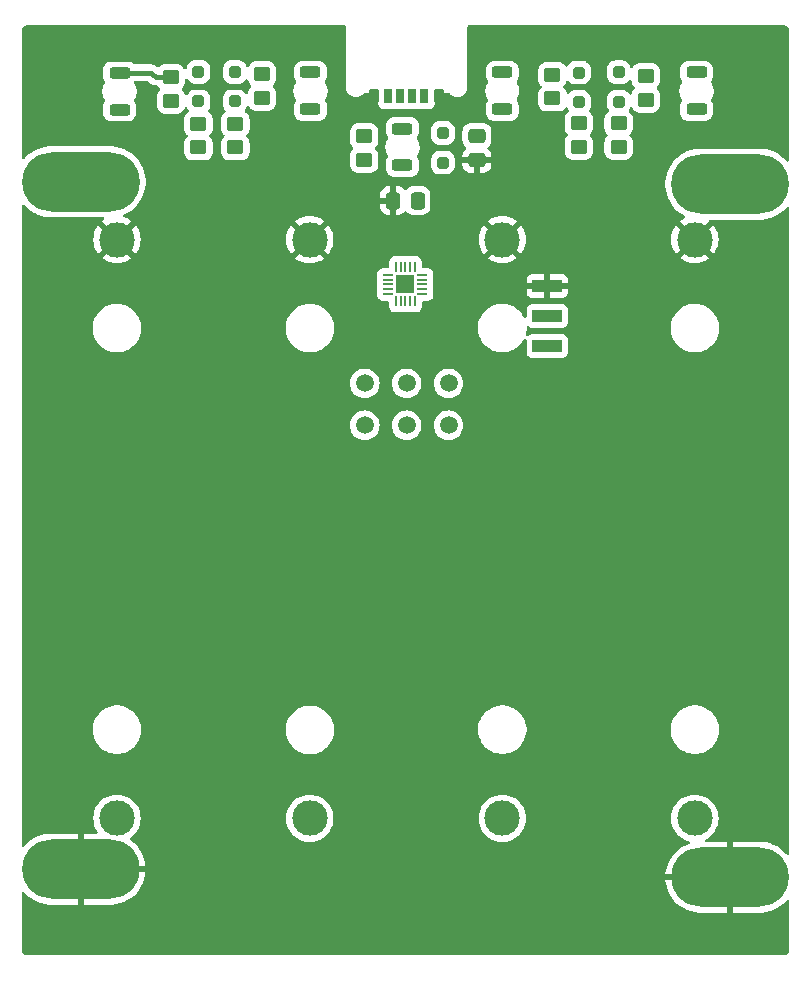
<source format=gbr>
%TF.GenerationSoftware,KiCad,Pcbnew,8.0.6-8.0.6-0~ubuntu24.04.1*%
%TF.CreationDate,2024-11-07T20:30:54+01:00*%
%TF.ProjectId,NIMH-battery-charger,4e494d48-2d62-4617-9474-6572792d6368,rev?*%
%TF.SameCoordinates,Original*%
%TF.FileFunction,Copper,L2,Bot*%
%TF.FilePolarity,Positive*%
%FSLAX46Y46*%
G04 Gerber Fmt 4.6, Leading zero omitted, Abs format (unit mm)*
G04 Created by KiCad (PCBNEW 8.0.6-8.0.6-0~ubuntu24.04.1) date 2024-11-07 20:30:54*
%MOMM*%
%LPD*%
G01*
G04 APERTURE LIST*
G04 Aperture macros list*
%AMRoundRect*
0 Rectangle with rounded corners*
0 $1 Rounding radius*
0 $2 $3 $4 $5 $6 $7 $8 $9 X,Y pos of 4 corners*
0 Add a 4 corners polygon primitive as box body*
4,1,4,$2,$3,$4,$5,$6,$7,$8,$9,$2,$3,0*
0 Add four circle primitives for the rounded corners*
1,1,$1+$1,$2,$3*
1,1,$1+$1,$4,$5*
1,1,$1+$1,$6,$7*
1,1,$1+$1,$8,$9*
0 Add four rect primitives between the rounded corners*
20,1,$1+$1,$2,$3,$4,$5,0*
20,1,$1+$1,$4,$5,$6,$7,0*
20,1,$1+$1,$6,$7,$8,$9,0*
20,1,$1+$1,$8,$9,$2,$3,0*%
G04 Aperture macros list end*
%TA.AperFunction,ComponentPad*%
%ADD10C,3.000000*%
%TD*%
%TA.AperFunction,SMDPad,CuDef*%
%ADD11RoundRect,0.250000X-0.450000X0.350000X-0.450000X-0.350000X0.450000X-0.350000X0.450000X0.350000X0*%
%TD*%
%TA.AperFunction,SMDPad,CuDef*%
%ADD12RoundRect,0.070000X-0.280000X-0.530000X0.280000X-0.530000X0.280000X0.530000X-0.280000X0.530000X0*%
%TD*%
%TA.AperFunction,SMDPad,CuDef*%
%ADD13RoundRect,0.076000X-0.304000X-0.524000X0.304000X-0.524000X0.304000X0.524000X-0.304000X0.524000X0*%
%TD*%
%TA.AperFunction,SMDPad,CuDef*%
%ADD14RoundRect,0.080000X-0.320000X-0.520000X0.320000X-0.520000X0.320000X0.520000X-0.320000X0.520000X0*%
%TD*%
%TA.AperFunction,ComponentPad*%
%ADD15O,1.100000X2.100000*%
%TD*%
%TA.AperFunction,ComponentPad*%
%ADD16O,1.100000X1.700000*%
%TD*%
%TA.AperFunction,SMDPad,CuDef*%
%ADD17RoundRect,0.190000X0.685000X-0.285000X0.685000X0.285000X-0.685000X0.285000X-0.685000X-0.285000X0*%
%TD*%
%TA.AperFunction,SMDPad,CuDef*%
%ADD18C,1.500000*%
%TD*%
%TA.AperFunction,SMDPad,CuDef*%
%ADD19RoundRect,0.250000X0.337500X0.475000X-0.337500X0.475000X-0.337500X-0.475000X0.337500X-0.475000X0*%
%TD*%
%TA.AperFunction,SMDPad,CuDef*%
%ADD20RoundRect,0.250000X0.450000X-0.350000X0.450000X0.350000X-0.450000X0.350000X-0.450000X-0.350000X0*%
%TD*%
%TA.AperFunction,SMDPad,CuDef*%
%ADD21RoundRect,0.250000X0.250000X-0.250000X0.250000X0.250000X-0.250000X0.250000X-0.250000X-0.250000X0*%
%TD*%
%TA.AperFunction,SMDPad,CuDef*%
%ADD22O,10.000000X5.000000*%
%TD*%
%TA.AperFunction,SMDPad,CuDef*%
%ADD23RoundRect,0.250000X-0.475000X0.337500X-0.475000X-0.337500X0.475000X-0.337500X0.475000X0.337500X0*%
%TD*%
%TA.AperFunction,SMDPad,CuDef*%
%ADD24RoundRect,0.050000X-0.050000X0.375000X-0.050000X-0.375000X0.050000X-0.375000X0.050000X0.375000X0*%
%TD*%
%TA.AperFunction,SMDPad,CuDef*%
%ADD25RoundRect,0.050000X-0.375000X0.050000X-0.375000X-0.050000X0.375000X-0.050000X0.375000X0.050000X0*%
%TD*%
%TA.AperFunction,HeatsinkPad*%
%ADD26R,1.650000X1.650000*%
%TD*%
%TA.AperFunction,SMDPad,CuDef*%
%ADD27R,2.500000X1.000000*%
%TD*%
%TA.AperFunction,Conductor*%
%ADD28C,0.381000*%
%TD*%
G04 APERTURE END LIST*
D10*
%TO.P,BT2,1,+*%
%TO.N,/ADC2*%
X129400000Y-111700000D03*
%TO.P,BT2,2,-*%
%TO.N,GND*%
X129400000Y-62700000D03*
%TD*%
%TO.P,BT4,1,+*%
%TO.N,/ADC4*%
X162000000Y-111695000D03*
%TO.P,BT4,2,-*%
%TO.N,GND*%
X162000000Y-62695000D03*
%TD*%
%TO.P,BT3,1,+*%
%TO.N,/ADC3*%
X145700000Y-111695000D03*
%TO.P,BT3,2,-*%
%TO.N,GND*%
X145700000Y-62695000D03*
%TD*%
%TO.P,BT1,1,+*%
%TO.N,/ADC1*%
X113075000Y-111695000D03*
%TO.P,BT1,2,-*%
%TO.N,GND*%
X113075000Y-62695000D03*
%TD*%
D11*
%TO.P,R2,1*%
%TO.N,Net-(D2-K)*%
X123100000Y-52900000D03*
%TO.P,R2,2*%
%TO.N,/ADC2*%
X123100000Y-54900000D03*
%TD*%
%TO.P,R1,1*%
%TO.N,Net-(D1-K)*%
X119975000Y-52900000D03*
%TO.P,R1,2*%
%TO.N,/ADC1*%
X119975000Y-54900000D03*
%TD*%
D12*
%TO.P,J7,A5,CC1*%
%TO.N,unconnected-(J7-CC1-PadA5)*%
X137080000Y-50580000D03*
D13*
%TO.P,J7,A9,VBUS*%
%TO.N,+5V*%
X139110000Y-50580000D03*
D14*
%TO.P,J7,A12,GND*%
%TO.N,GND*%
X140340000Y-50580000D03*
D12*
%TO.P,J7,B5,CC2*%
%TO.N,unconnected-(J7-CC2-PadB5)*%
X138080000Y-50580000D03*
D13*
%TO.P,J7,B9,VBUS*%
%TO.N,+5V*%
X136050000Y-50580000D03*
D14*
%TO.P,J7,B12,GND*%
%TO.N,GND*%
X134830000Y-50580000D03*
D15*
%TO.P,J7,S1,SHIELD*%
X131950000Y-45620000D03*
D16*
X131950000Y-49620000D03*
D15*
X143230000Y-45610000D03*
D16*
X143230000Y-49620000D03*
%TD*%
D17*
%TO.P,D7,1,K*%
%TO.N,/LED3*%
X137250000Y-56400000D03*
%TO.P,D7,2,A*%
%TO.N,Net-(D7-A)*%
X137250000Y-53300000D03*
%TD*%
D18*
%TO.P,TP3,1,1*%
%TO.N,Net-(U1-PC3)*%
X137600000Y-74875000D03*
%TD*%
D11*
%TO.P,R8,1*%
%TO.N,+5V*%
X134000000Y-53950000D03*
%TO.P,R8,2*%
%TO.N,Net-(D7-A)*%
X134000000Y-55950000D03*
%TD*%
%TO.P,R5,1*%
%TO.N,Net-(D4-K)*%
X155550000Y-52850000D03*
%TO.P,R5,2*%
%TO.N,/ADC4*%
X155550000Y-54850000D03*
%TD*%
D19*
%TO.P,C1,1*%
%TO.N,VDD*%
X138525000Y-59405000D03*
%TO.P,C1,2*%
%TO.N,GND*%
X136450000Y-59405000D03*
%TD*%
D20*
%TO.P,R6,1*%
%TO.N,+5V*%
X117650000Y-50950000D03*
%TO.P,R6,2*%
%TO.N,Net-(D5-A)*%
X117650000Y-48950000D03*
%TD*%
D21*
%TO.P,D1,1,K*%
%TO.N,Net-(D1-K)*%
X119975000Y-51000000D03*
%TO.P,D1,2,A*%
%TO.N,+5V*%
X119975000Y-48500000D03*
%TD*%
%TO.P,D3,1,K*%
%TO.N,Net-(D3-K)*%
X152187500Y-51053500D03*
%TO.P,D3,2,A*%
%TO.N,+5V*%
X152187500Y-48553500D03*
%TD*%
D22*
%TO.P,J3,1,Pin_1*%
%TO.N,+5V*%
X165000000Y-58000000D03*
%TD*%
D17*
%TO.P,D6,1,K*%
%TO.N,/LED2*%
X129450000Y-51650000D03*
%TO.P,D6,2,A*%
%TO.N,Net-(D6-A)*%
X129450000Y-48550000D03*
%TD*%
D22*
%TO.P,J5,1,Pin_1*%
%TO.N,+5V*%
X110000000Y-57800000D03*
%TD*%
D11*
%TO.P,R4,1*%
%TO.N,Net-(D3-K)*%
X152175000Y-52850000D03*
%TO.P,R4,2*%
%TO.N,/ADC3*%
X152175000Y-54850000D03*
%TD*%
D23*
%TO.P,C2,1*%
%TO.N,+5V*%
X143550000Y-53900000D03*
%TO.P,C2,2*%
%TO.N,GND*%
X143550000Y-55975000D03*
%TD*%
D22*
%TO.P,J4,1,Pin_1*%
%TO.N,GND*%
X165000000Y-116700000D03*
%TD*%
D17*
%TO.P,D5,1,K*%
%TO.N,/LED1*%
X113300000Y-51700000D03*
%TO.P,D5,2,A*%
%TO.N,Net-(D5-A)*%
X113300000Y-48600000D03*
%TD*%
D21*
%TO.P,D9,1,K*%
%TO.N,VDD*%
X140675000Y-56175000D03*
%TO.P,D9,2,A*%
%TO.N,+5V*%
X140675000Y-53675000D03*
%TD*%
D17*
%TO.P,D8,1,K*%
%TO.N,/LED4*%
X145700000Y-51650000D03*
%TO.P,D8,2,A*%
%TO.N,Net-(D8-A)*%
X145700000Y-48550000D03*
%TD*%
D18*
%TO.P,TP4,1,1*%
%TO.N,Net-(U1-PC5_SCK)*%
X137600000Y-78425000D03*
%TD*%
D24*
%TO.P,U1,1,PD7_NRST_T2CH4*%
%TO.N,/LED1*%
X136690000Y-65040000D03*
%TO.P,U1,2,PA1_A1_T1CH2_OSCI*%
%TO.N,/LED2*%
X137090000Y-65040000D03*
%TO.P,U1,3,PA2_A0_T1CH2N_OSCO*%
%TO.N,/LED3*%
X137490000Y-65040000D03*
%TO.P,U1,4,vss*%
%TO.N,GND*%
X137890000Y-65040000D03*
%TO.P,U1,5,PD0_T1CH1N*%
%TO.N,/LED4*%
X138290000Y-65040000D03*
D25*
%TO.P,U1,6,VDD*%
%TO.N,VDD*%
X138940000Y-65690000D03*
%TO.P,U1,7,PC0_T2CH3*%
%TO.N,/LED0*%
X138940000Y-66090000D03*
%TO.P,U1,8,PC1_SDA*%
%TO.N,Net-(U1-PC1_SDA)*%
X138940000Y-66490000D03*
%TO.P,U1,9,PC2_SCL*%
%TO.N,Net-(U1-PC2_SCL)*%
X138940000Y-66890000D03*
%TO.P,U1,10,PC3*%
%TO.N,Net-(U1-PC3)*%
X138940000Y-67290000D03*
D24*
%TO.P,U1,11,PC4_A2_T1CH4*%
%TO.N,/ADC1*%
X138290000Y-67940000D03*
%TO.P,U1,12,PC5_SCK*%
%TO.N,Net-(U1-PC5_SCK)*%
X137890000Y-67940000D03*
%TO.P,U1,13,PC6_MOSI*%
%TO.N,Net-(U1-PC6_MOSI)*%
X137490000Y-67940000D03*
%TO.P,U1,14,PC7_MISO*%
%TO.N,Net-(U1-PC7_MISO)*%
X137090000Y-67940000D03*
%TO.P,U1,15,SWIO&PD1_T1CH3N*%
%TO.N,/SWIO*%
X136690000Y-67940000D03*
D25*
%TO.P,U1,16,PD2_A3_T2CH1*%
%TO.N,/ADC2*%
X136040000Y-67290000D03*
%TO.P,U1,17,PD2_A4_T1CH2*%
%TO.N,/ADC3*%
X136040000Y-66890000D03*
%TO.P,U1,18,PD4_A7_T2AETR2*%
%TO.N,/ADC4*%
X136040000Y-66490000D03*
%TO.P,U1,19,PD5_A5_UART_TX*%
%TO.N,/UART_TX*%
X136040000Y-66090000D03*
%TO.P,U1,20,PD6_A6_UART_RX*%
%TO.N,/UART_RX*%
X136040000Y-65690000D03*
D26*
%TO.P,U1,21*%
%TO.N,N/C*%
X137490000Y-66490000D03*
%TD*%
D18*
%TO.P,TP6,1,1*%
%TO.N,Net-(U1-PC7_MISO)*%
X134050000Y-78425000D03*
%TD*%
D21*
%TO.P,D2,1,K*%
%TO.N,Net-(D2-K)*%
X123050000Y-51000000D03*
%TO.P,D2,2,A*%
%TO.N,+5V*%
X123050000Y-48500000D03*
%TD*%
D22*
%TO.P,J6,1,Pin_1*%
%TO.N,GND*%
X110000000Y-116000000D03*
%TD*%
D20*
%TO.P,R9,1*%
%TO.N,+5V*%
X149950000Y-50750000D03*
%TO.P,R9,2*%
%TO.N,Net-(D8-A)*%
X149950000Y-48750000D03*
%TD*%
D17*
%TO.P,D10,1,K*%
%TO.N,/LED0*%
X162150000Y-51650000D03*
%TO.P,D10,2,A*%
%TO.N,Net-(D10-A)*%
X162150000Y-48550000D03*
%TD*%
D21*
%TO.P,D4,1,K*%
%TO.N,Net-(D4-K)*%
X155562500Y-51028500D03*
%TO.P,D4,2,A*%
%TO.N,+5V*%
X155562500Y-48528500D03*
%TD*%
D18*
%TO.P,TP1,1,1*%
%TO.N,Net-(U1-PC1_SDA)*%
X141150000Y-74875000D03*
%TD*%
%TO.P,TP5,1,1*%
%TO.N,Net-(U1-PC6_MOSI)*%
X134050000Y-74875000D03*
%TD*%
D20*
%TO.P,R7,1*%
%TO.N,+5V*%
X125350000Y-50700000D03*
%TO.P,R7,2*%
%TO.N,Net-(D6-A)*%
X125350000Y-48700000D03*
%TD*%
D18*
%TO.P,TP2,1,1*%
%TO.N,Net-(U1-PC2_SCL)*%
X141150000Y-78425000D03*
%TD*%
D20*
%TO.P,R10,1*%
%TO.N,+5V*%
X157850000Y-50850000D03*
%TO.P,R10,2*%
%TO.N,Net-(D10-A)*%
X157850000Y-48850000D03*
%TD*%
D27*
%TO.P,J1,1,Pin_1*%
%TO.N,/SWIO*%
X149500000Y-71690000D03*
%TO.P,J1,2,Pin_2*%
%TO.N,VDD*%
X149500000Y-69150000D03*
%TO.P,J1,3,Pin_3*%
%TO.N,GND*%
X149500000Y-66610000D03*
%TD*%
D28*
%TO.N,Net-(D5-A)*%
X116350000Y-48950000D02*
X115959500Y-48559500D01*
X115959500Y-48559500D02*
X113300000Y-48559500D01*
X117650000Y-48950000D02*
X116350000Y-48950000D01*
%TD*%
%TA.AperFunction,Conductor*%
%TO.N,GND*%
G36*
X132392501Y-44560387D02*
G01*
X132438276Y-44613174D01*
X132449500Y-44664727D01*
X132449500Y-49694108D01*
X132449500Y-49760000D01*
X132449500Y-49849391D01*
X132452248Y-49862319D01*
X132483638Y-50010001D01*
X132486671Y-50024267D01*
X132559388Y-50187593D01*
X132664474Y-50332230D01*
X132664475Y-50332231D01*
X132664476Y-50332232D01*
X132664478Y-50332235D01*
X132723588Y-50385457D01*
X132797335Y-50451859D01*
X132952165Y-50541250D01*
X132952167Y-50541250D01*
X132952170Y-50541252D01*
X133037181Y-50568873D01*
X133122197Y-50596497D01*
X133300000Y-50615185D01*
X133477803Y-50596497D01*
X133647835Y-50541250D01*
X133802665Y-50451859D01*
X133935526Y-50332230D01*
X133950504Y-50311613D01*
X134005834Y-50268949D01*
X134050822Y-50260500D01*
X135045500Y-50260500D01*
X135112539Y-50280185D01*
X135158294Y-50332989D01*
X135169500Y-50384500D01*
X135169500Y-51141791D01*
X135184335Y-51254488D01*
X135184338Y-51254497D01*
X135242426Y-51394735D01*
X135242427Y-51394737D01*
X135242428Y-51394738D01*
X135334835Y-51515165D01*
X135455262Y-51607572D01*
X135595503Y-51665662D01*
X135708211Y-51680500D01*
X136391788Y-51680499D01*
X136391791Y-51680499D01*
X136504493Y-51665663D01*
X136504494Y-51665662D01*
X136504497Y-51665662D01*
X136530142Y-51655038D01*
X136599611Y-51647569D01*
X136625050Y-51655038D01*
X136651070Y-51665816D01*
X136762606Y-51680500D01*
X136762613Y-51680500D01*
X137397387Y-51680500D01*
X137397394Y-51680500D01*
X137508930Y-51665816D01*
X137532548Y-51656032D01*
X137602016Y-51648564D01*
X137627448Y-51656031D01*
X137651070Y-51665816D01*
X137762606Y-51680500D01*
X137762613Y-51680500D01*
X138397387Y-51680500D01*
X138397394Y-51680500D01*
X138508930Y-51665816D01*
X138534947Y-51655038D01*
X138604417Y-51647569D01*
X138629852Y-51655036D01*
X138655503Y-51665662D01*
X138768211Y-51680500D01*
X139451788Y-51680499D01*
X139451791Y-51680499D01*
X139564488Y-51665664D01*
X139564492Y-51665662D01*
X139564497Y-51665662D01*
X139704738Y-51607572D01*
X139825165Y-51515165D01*
X139917572Y-51394738D01*
X139975662Y-51254497D01*
X139990500Y-51141789D01*
X139990499Y-50384499D01*
X140010183Y-50317461D01*
X140062987Y-50271706D01*
X140114499Y-50260500D01*
X141149178Y-50260500D01*
X141216217Y-50280185D01*
X141249496Y-50311614D01*
X141264475Y-50332231D01*
X141265317Y-50332989D01*
X141397335Y-50451859D01*
X141552165Y-50541250D01*
X141552167Y-50541250D01*
X141552170Y-50541252D01*
X141637181Y-50568873D01*
X141722197Y-50596497D01*
X141900000Y-50615185D01*
X142077803Y-50596497D01*
X142247835Y-50541250D01*
X142402665Y-50451859D01*
X142515654Y-50350123D01*
X142535521Y-50332235D01*
X142535521Y-50332233D01*
X142535526Y-50332230D01*
X142640612Y-50187593D01*
X142713329Y-50024267D01*
X142716479Y-50009448D01*
X144249500Y-50009448D01*
X144249500Y-50190551D01*
X144277829Y-50369410D01*
X144333787Y-50541636D01*
X144333788Y-50541639D01*
X144389359Y-50650700D01*
X144414477Y-50699998D01*
X144416006Y-50702997D01*
X144473606Y-50782278D01*
X144497086Y-50848084D01*
X144481260Y-50916138D01*
X144470896Y-50931640D01*
X144467453Y-50936033D01*
X144380710Y-51079526D01*
X144380710Y-51079527D01*
X144380709Y-51079529D01*
X144361308Y-51141788D01*
X144330822Y-51239623D01*
X144324500Y-51309201D01*
X144324500Y-51990808D01*
X144330821Y-52060376D01*
X144330823Y-52060383D01*
X144380708Y-52220470D01*
X144380709Y-52220472D01*
X144467454Y-52363967D01*
X144467457Y-52363971D01*
X144586028Y-52482542D01*
X144586032Y-52482545D01*
X144668738Y-52532542D01*
X144729529Y-52569291D01*
X144889620Y-52619177D01*
X144959199Y-52625500D01*
X146440800Y-52625499D01*
X146440807Y-52625499D01*
X146510375Y-52619178D01*
X146510378Y-52619177D01*
X146510380Y-52619177D01*
X146670471Y-52569291D01*
X146813972Y-52482542D01*
X146932542Y-52363972D01*
X147019291Y-52220471D01*
X147069177Y-52060380D01*
X147075500Y-51990801D01*
X147075499Y-51309200D01*
X147075499Y-51309199D01*
X147075499Y-51309191D01*
X147069178Y-51239623D01*
X147069176Y-51239616D01*
X147019291Y-51079529D01*
X147019290Y-51079527D01*
X146932547Y-50936034D01*
X146929108Y-50931646D01*
X146903252Y-50866736D01*
X146916594Y-50798152D01*
X146926388Y-50782284D01*
X146983996Y-50702994D01*
X147066211Y-50541639D01*
X147122171Y-50369409D01*
X147138082Y-50268949D01*
X147150500Y-50190551D01*
X147150500Y-50009448D01*
X147130090Y-49880589D01*
X147122171Y-49830591D01*
X147087422Y-49723642D01*
X147066212Y-49658363D01*
X147066211Y-49658360D01*
X147020504Y-49568657D01*
X146983996Y-49497006D01*
X146962719Y-49467720D01*
X146926393Y-49417721D01*
X146902913Y-49351915D01*
X146918739Y-49283861D01*
X146929111Y-49268349D01*
X146932534Y-49263979D01*
X146932542Y-49263972D01*
X146935246Y-49259500D01*
X146969523Y-49202797D01*
X147019291Y-49120471D01*
X147069177Y-48960380D01*
X147075500Y-48890801D01*
X147075499Y-48349983D01*
X148749500Y-48349983D01*
X148749500Y-49150001D01*
X148749501Y-49150019D01*
X148760000Y-49252796D01*
X148760001Y-49252799D01*
X148815185Y-49419331D01*
X148815186Y-49419334D01*
X148903402Y-49562356D01*
X148907289Y-49568657D01*
X149000951Y-49662319D01*
X149034436Y-49723642D01*
X149029452Y-49793334D01*
X149000951Y-49837681D01*
X148907289Y-49931342D01*
X148815187Y-50080663D01*
X148815185Y-50080668D01*
X148798393Y-50131344D01*
X148760001Y-50247203D01*
X148760001Y-50247204D01*
X148760000Y-50247204D01*
X148749500Y-50349983D01*
X148749500Y-51150001D01*
X148749501Y-51150019D01*
X148760000Y-51252796D01*
X148760001Y-51252799D01*
X148809706Y-51402796D01*
X148815186Y-51419334D01*
X148907288Y-51568656D01*
X149031344Y-51692712D01*
X149180666Y-51784814D01*
X149347203Y-51839999D01*
X149449991Y-51850500D01*
X150450008Y-51850499D01*
X150450016Y-51850498D01*
X150450019Y-51850498D01*
X150526238Y-51842712D01*
X150552797Y-51839999D01*
X150719334Y-51784814D01*
X150868656Y-51692712D01*
X150992712Y-51568656D01*
X151010551Y-51539734D01*
X151062495Y-51493010D01*
X151131457Y-51481786D01*
X151195540Y-51509628D01*
X151233794Y-51565825D01*
X151252682Y-51622825D01*
X151252689Y-51622840D01*
X151315695Y-51724989D01*
X151334135Y-51792381D01*
X151313212Y-51859045D01*
X151275257Y-51895621D01*
X151256346Y-51907286D01*
X151256343Y-51907288D01*
X151132289Y-52031342D01*
X151040187Y-52180663D01*
X151040185Y-52180668D01*
X151023617Y-52230668D01*
X150985001Y-52347203D01*
X150985001Y-52347204D01*
X150985000Y-52347204D01*
X150974500Y-52449983D01*
X150974500Y-53250001D01*
X150974501Y-53250019D01*
X150985000Y-53352796D01*
X150985001Y-53352799D01*
X151040185Y-53519331D01*
X151040187Y-53519336D01*
X151071024Y-53569331D01*
X151115111Y-53640808D01*
X151132289Y-53668657D01*
X151225951Y-53762319D01*
X151259436Y-53823642D01*
X151254452Y-53893334D01*
X151225951Y-53937681D01*
X151132289Y-54031342D01*
X151040187Y-54180663D01*
X151040185Y-54180668D01*
X151023617Y-54230668D01*
X150985001Y-54347203D01*
X150985001Y-54347204D01*
X150985000Y-54347204D01*
X150974500Y-54449983D01*
X150974500Y-55250001D01*
X150974501Y-55250019D01*
X150985000Y-55352796D01*
X150985001Y-55352799D01*
X151040185Y-55519331D01*
X151040187Y-55519336D01*
X151064759Y-55559174D01*
X151132288Y-55668656D01*
X151256344Y-55792712D01*
X151405666Y-55884814D01*
X151572203Y-55939999D01*
X151674991Y-55950500D01*
X152675008Y-55950499D01*
X152675016Y-55950498D01*
X152675019Y-55950498D01*
X152731302Y-55944748D01*
X152777797Y-55939999D01*
X152944334Y-55884814D01*
X153093656Y-55792712D01*
X153217712Y-55668656D01*
X153309814Y-55519334D01*
X153364999Y-55352797D01*
X153375500Y-55250009D01*
X153375499Y-54449992D01*
X153364999Y-54347203D01*
X153309814Y-54180666D01*
X153217712Y-54031344D01*
X153124049Y-53937681D01*
X153090564Y-53876358D01*
X153095548Y-53806666D01*
X153124049Y-53762319D01*
X153167712Y-53718656D01*
X153217712Y-53668656D01*
X153309814Y-53519334D01*
X153364999Y-53352797D01*
X153375500Y-53250009D01*
X153375499Y-52449992D01*
X153375498Y-52449983D01*
X154349500Y-52449983D01*
X154349500Y-53250001D01*
X154349501Y-53250019D01*
X154360000Y-53352796D01*
X154360001Y-53352799D01*
X154415185Y-53519331D01*
X154415187Y-53519336D01*
X154446024Y-53569331D01*
X154490111Y-53640808D01*
X154507289Y-53668657D01*
X154600951Y-53762319D01*
X154634436Y-53823642D01*
X154629452Y-53893334D01*
X154600951Y-53937681D01*
X154507289Y-54031342D01*
X154415187Y-54180663D01*
X154415185Y-54180668D01*
X154398617Y-54230668D01*
X154360001Y-54347203D01*
X154360001Y-54347204D01*
X154360000Y-54347204D01*
X154349500Y-54449983D01*
X154349500Y-55250001D01*
X154349501Y-55250019D01*
X154360000Y-55352796D01*
X154360001Y-55352799D01*
X154415185Y-55519331D01*
X154415187Y-55519336D01*
X154439759Y-55559174D01*
X154507288Y-55668656D01*
X154631344Y-55792712D01*
X154780666Y-55884814D01*
X154947203Y-55939999D01*
X155049991Y-55950500D01*
X156050008Y-55950499D01*
X156050016Y-55950498D01*
X156050019Y-55950498D01*
X156106302Y-55944748D01*
X156152797Y-55939999D01*
X156319334Y-55884814D01*
X156468656Y-55792712D01*
X156592712Y-55668656D01*
X156684814Y-55519334D01*
X156739999Y-55352797D01*
X156750500Y-55250009D01*
X156750499Y-54449992D01*
X156739999Y-54347203D01*
X156684814Y-54180666D01*
X156592712Y-54031344D01*
X156499049Y-53937681D01*
X156465564Y-53876358D01*
X156470548Y-53806666D01*
X156499049Y-53762319D01*
X156542712Y-53718656D01*
X156592712Y-53668656D01*
X156684814Y-53519334D01*
X156739999Y-53352797D01*
X156750500Y-53250009D01*
X156750499Y-52449992D01*
X156746819Y-52413971D01*
X156739999Y-52347203D01*
X156739998Y-52347200D01*
X156734571Y-52330822D01*
X156684814Y-52180666D01*
X156592712Y-52031344D01*
X156468656Y-51907288D01*
X156468655Y-51907287D01*
X156456685Y-51899904D01*
X156409961Y-51847955D01*
X156398740Y-51778993D01*
X156416243Y-51729271D01*
X156497314Y-51597834D01*
X156506733Y-51569406D01*
X156546506Y-51511963D01*
X156611021Y-51485140D01*
X156679797Y-51497455D01*
X156729976Y-51543313D01*
X156807288Y-51668656D01*
X156931344Y-51792712D01*
X157080666Y-51884814D01*
X157247203Y-51939999D01*
X157349991Y-51950500D01*
X158350008Y-51950499D01*
X158350016Y-51950498D01*
X158350019Y-51950498D01*
X158406302Y-51944748D01*
X158452797Y-51939999D01*
X158619334Y-51884814D01*
X158768656Y-51792712D01*
X158892712Y-51668656D01*
X158984814Y-51519334D01*
X159039999Y-51352797D01*
X159050500Y-51250009D01*
X159050499Y-50449992D01*
X159042267Y-50369410D01*
X159039999Y-50347203D01*
X159039998Y-50347200D01*
X159017791Y-50280185D01*
X158984814Y-50180666D01*
X158892712Y-50031344D01*
X158870816Y-50009448D01*
X160699500Y-50009448D01*
X160699500Y-50190551D01*
X160727829Y-50369410D01*
X160783787Y-50541636D01*
X160783788Y-50541639D01*
X160839359Y-50650700D01*
X160864477Y-50699998D01*
X160866006Y-50702997D01*
X160923606Y-50782278D01*
X160947086Y-50848084D01*
X160931260Y-50916138D01*
X160920896Y-50931640D01*
X160917453Y-50936033D01*
X160830710Y-51079526D01*
X160830710Y-51079527D01*
X160830709Y-51079529D01*
X160811308Y-51141788D01*
X160780822Y-51239623D01*
X160774500Y-51309201D01*
X160774500Y-51990808D01*
X160780821Y-52060376D01*
X160780823Y-52060383D01*
X160830708Y-52220470D01*
X160830709Y-52220472D01*
X160917454Y-52363967D01*
X160917457Y-52363971D01*
X161036028Y-52482542D01*
X161036032Y-52482545D01*
X161118738Y-52532542D01*
X161179529Y-52569291D01*
X161339620Y-52619177D01*
X161409199Y-52625500D01*
X162890800Y-52625499D01*
X162890807Y-52625499D01*
X162960375Y-52619178D01*
X162960378Y-52619177D01*
X162960380Y-52619177D01*
X163120471Y-52569291D01*
X163263972Y-52482542D01*
X163382542Y-52363972D01*
X163469291Y-52220471D01*
X163519177Y-52060380D01*
X163525500Y-51990801D01*
X163525499Y-51309200D01*
X163525499Y-51309199D01*
X163525499Y-51309191D01*
X163519178Y-51239623D01*
X163519176Y-51239616D01*
X163469291Y-51079529D01*
X163469290Y-51079527D01*
X163382547Y-50936034D01*
X163379108Y-50931646D01*
X163353252Y-50866736D01*
X163366594Y-50798152D01*
X163376388Y-50782284D01*
X163433996Y-50702994D01*
X163516211Y-50541639D01*
X163572171Y-50369409D01*
X163588082Y-50268949D01*
X163600500Y-50190551D01*
X163600500Y-50009448D01*
X163580090Y-49880589D01*
X163572171Y-49830591D01*
X163537422Y-49723642D01*
X163516212Y-49658363D01*
X163516211Y-49658360D01*
X163470504Y-49568657D01*
X163433996Y-49497006D01*
X163412719Y-49467720D01*
X163376393Y-49417721D01*
X163352913Y-49351915D01*
X163368739Y-49283861D01*
X163379111Y-49268349D01*
X163382534Y-49263979D01*
X163382542Y-49263972D01*
X163385246Y-49259500D01*
X163419523Y-49202797D01*
X163469291Y-49120471D01*
X163519177Y-48960380D01*
X163525500Y-48890801D01*
X163525499Y-48209200D01*
X163525499Y-48209199D01*
X163525499Y-48209191D01*
X163519178Y-48139623D01*
X163519176Y-48139616D01*
X163469291Y-47979529D01*
X163469290Y-47979527D01*
X163382545Y-47836032D01*
X163382542Y-47836028D01*
X163263971Y-47717457D01*
X163263967Y-47717454D01*
X163120473Y-47630710D01*
X163120472Y-47630709D01*
X163120471Y-47630709D01*
X162960380Y-47580823D01*
X162960378Y-47580822D01*
X162960376Y-47580822D01*
X162911662Y-47576395D01*
X162890801Y-47574500D01*
X162890798Y-47574500D01*
X161409191Y-47574500D01*
X161339624Y-47580821D01*
X161339616Y-47580823D01*
X161179529Y-47630708D01*
X161179527Y-47630709D01*
X161036032Y-47717454D01*
X161036028Y-47717457D01*
X160917457Y-47836028D01*
X160917454Y-47836032D01*
X160830710Y-47979526D01*
X160830710Y-47979527D01*
X160830709Y-47979529D01*
X160814775Y-48030663D01*
X160780822Y-48139623D01*
X160774500Y-48209201D01*
X160774500Y-48890808D01*
X160780821Y-48960376D01*
X160780823Y-48960383D01*
X160830708Y-49120470D01*
X160830709Y-49120472D01*
X160917455Y-49263969D01*
X160920892Y-49268355D01*
X160946747Y-49333265D01*
X160933404Y-49401849D01*
X160923607Y-49417720D01*
X160866005Y-49497003D01*
X160783788Y-49658360D01*
X160783787Y-49658363D01*
X160727829Y-49830589D01*
X160699500Y-50009448D01*
X158870816Y-50009448D01*
X158799049Y-49937681D01*
X158765564Y-49876358D01*
X158770548Y-49806666D01*
X158799049Y-49762319D01*
X158837726Y-49723642D01*
X158892712Y-49668656D01*
X158984814Y-49519334D01*
X159039999Y-49352797D01*
X159050500Y-49250009D01*
X159050499Y-48449992D01*
X159039999Y-48347203D01*
X158984814Y-48180666D01*
X158892712Y-48031344D01*
X158768656Y-47907288D01*
X158653131Y-47836032D01*
X158619336Y-47815187D01*
X158619331Y-47815185D01*
X158595499Y-47807288D01*
X158452797Y-47760001D01*
X158452795Y-47760000D01*
X158350010Y-47749500D01*
X157349998Y-47749500D01*
X157349980Y-47749501D01*
X157247203Y-47760000D01*
X157247200Y-47760001D01*
X157080668Y-47815185D01*
X157080663Y-47815187D01*
X156931342Y-47907289D01*
X156807288Y-48031343D01*
X156807285Y-48031347D01*
X156760802Y-48106708D01*
X156708854Y-48153433D01*
X156639892Y-48164654D01*
X156575810Y-48136811D01*
X156537558Y-48080615D01*
X156497314Y-47959166D01*
X156405212Y-47809844D01*
X156281156Y-47685788D01*
X156158285Y-47610001D01*
X156131836Y-47593687D01*
X156131831Y-47593685D01*
X156093010Y-47580821D01*
X155965297Y-47538501D01*
X155965295Y-47538500D01*
X155862510Y-47528000D01*
X155262498Y-47528000D01*
X155262480Y-47528001D01*
X155159703Y-47538500D01*
X155159700Y-47538501D01*
X154993168Y-47593685D01*
X154993163Y-47593687D01*
X154843842Y-47685789D01*
X154719789Y-47809842D01*
X154627687Y-47959163D01*
X154627685Y-47959168D01*
X154601875Y-48037058D01*
X154572501Y-48125703D01*
X154572501Y-48125704D01*
X154572500Y-48125704D01*
X154562000Y-48228483D01*
X154562000Y-48828501D01*
X154562001Y-48828519D01*
X154572500Y-48931296D01*
X154572501Y-48931299D01*
X154627685Y-49097831D01*
X154627687Y-49097836D01*
X154641649Y-49120472D01*
X154719788Y-49247156D01*
X154843844Y-49371212D01*
X154993166Y-49463314D01*
X155159703Y-49518499D01*
X155262491Y-49529000D01*
X155862508Y-49528999D01*
X155862516Y-49528998D01*
X155862519Y-49528998D01*
X155918802Y-49523248D01*
X155965297Y-49518499D01*
X156131834Y-49463314D01*
X156281156Y-49371212D01*
X156405212Y-49247156D01*
X156422767Y-49218693D01*
X156474714Y-49171969D01*
X156543676Y-49160746D01*
X156607759Y-49188589D01*
X156646616Y-49246657D01*
X156651664Y-49271188D01*
X156660001Y-49352797D01*
X156660001Y-49352799D01*
X156693137Y-49452795D01*
X156715186Y-49519334D01*
X156803379Y-49662319D01*
X156807289Y-49668657D01*
X156900951Y-49762319D01*
X156934436Y-49823642D01*
X156929452Y-49893334D01*
X156900951Y-49937681D01*
X156807289Y-50031342D01*
X156715187Y-50180663D01*
X156715186Y-50180666D01*
X156662654Y-50339196D01*
X156622881Y-50396640D01*
X156558365Y-50423463D01*
X156489589Y-50411148D01*
X156439409Y-50365287D01*
X156437069Y-50361494D01*
X156405212Y-50309844D01*
X156281156Y-50185788D01*
X156131834Y-50093686D01*
X155965297Y-50038501D01*
X155965295Y-50038500D01*
X155862510Y-50028000D01*
X155262498Y-50028000D01*
X155262480Y-50028001D01*
X155159703Y-50038500D01*
X155159700Y-50038501D01*
X154993168Y-50093685D01*
X154993163Y-50093687D01*
X154843842Y-50185789D01*
X154719789Y-50309842D01*
X154627687Y-50459163D01*
X154627685Y-50459168D01*
X154619403Y-50484163D01*
X154572501Y-50625703D01*
X154572501Y-50625704D01*
X154572500Y-50625704D01*
X154562000Y-50728483D01*
X154562000Y-51328501D01*
X154562001Y-51328519D01*
X154572500Y-51431296D01*
X154572501Y-51431299D01*
X154627685Y-51597831D01*
X154627689Y-51597840D01*
X154701866Y-51718100D01*
X154720306Y-51785492D01*
X154699383Y-51852155D01*
X154661425Y-51888733D01*
X154643315Y-51899904D01*
X154631342Y-51907289D01*
X154507289Y-52031342D01*
X154415187Y-52180663D01*
X154415185Y-52180668D01*
X154398617Y-52230668D01*
X154360001Y-52347203D01*
X154360001Y-52347204D01*
X154360000Y-52347204D01*
X154349500Y-52449983D01*
X153375498Y-52449983D01*
X153371819Y-52413971D01*
X153364999Y-52347203D01*
X153364998Y-52347200D01*
X153359571Y-52330822D01*
X153309814Y-52180666D01*
X153217712Y-52031344D01*
X153093656Y-51907288D01*
X153093652Y-51907285D01*
X153092856Y-51906794D01*
X153092424Y-51906314D01*
X153087989Y-51902807D01*
X153088588Y-51902049D01*
X153046131Y-51854846D01*
X153034910Y-51785884D01*
X153052412Y-51736162D01*
X153122314Y-51622834D01*
X153177499Y-51456297D01*
X153188000Y-51353509D01*
X153187999Y-50753492D01*
X153187948Y-50752997D01*
X153177499Y-50650703D01*
X153177498Y-50650700D01*
X153159537Y-50596497D01*
X153122314Y-50484166D01*
X153030212Y-50334844D01*
X152906156Y-50210788D01*
X152756834Y-50118686D01*
X152590297Y-50063501D01*
X152590295Y-50063500D01*
X152487510Y-50053000D01*
X151887498Y-50053000D01*
X151887480Y-50053001D01*
X151784703Y-50063500D01*
X151784700Y-50063501D01*
X151618168Y-50118685D01*
X151618163Y-50118687D01*
X151468845Y-50210787D01*
X151351622Y-50328010D01*
X151290299Y-50361494D01*
X151220607Y-50356510D01*
X151164674Y-50314638D01*
X151140583Y-50252923D01*
X151139999Y-50247203D01*
X151084814Y-50080666D01*
X150992712Y-49931344D01*
X150899049Y-49837681D01*
X150865564Y-49776358D01*
X150870548Y-49706666D01*
X150899049Y-49662319D01*
X150943146Y-49618222D01*
X150992712Y-49568656D01*
X151084814Y-49419334D01*
X151123752Y-49301826D01*
X151163523Y-49244383D01*
X151228039Y-49217560D01*
X151296815Y-49229875D01*
X151338469Y-49267942D01*
X151340307Y-49266489D01*
X151344788Y-49272156D01*
X151468844Y-49396212D01*
X151618166Y-49488314D01*
X151784703Y-49543499D01*
X151887491Y-49554000D01*
X152487508Y-49553999D01*
X152487516Y-49553998D01*
X152487519Y-49553998D01*
X152555995Y-49547003D01*
X152590297Y-49543499D01*
X152756834Y-49488314D01*
X152906156Y-49396212D01*
X153030212Y-49272156D01*
X153122314Y-49122834D01*
X153177499Y-48956297D01*
X153188000Y-48853509D01*
X153187999Y-48253492D01*
X153183474Y-48209199D01*
X153177499Y-48150703D01*
X153177498Y-48150700D01*
X153171084Y-48131344D01*
X153122314Y-47984166D01*
X153030212Y-47834844D01*
X152906156Y-47710788D01*
X152806792Y-47649500D01*
X152756836Y-47618687D01*
X152756831Y-47618685D01*
X152730621Y-47610000D01*
X152590297Y-47563501D01*
X152590295Y-47563500D01*
X152487510Y-47553000D01*
X151887498Y-47553000D01*
X151887480Y-47553001D01*
X151784703Y-47563500D01*
X151784700Y-47563501D01*
X151618168Y-47618685D01*
X151618163Y-47618687D01*
X151468842Y-47710789D01*
X151344789Y-47834842D01*
X151252683Y-47984170D01*
X151251977Y-47985686D01*
X151251215Y-47986550D01*
X151248895Y-47990313D01*
X151248252Y-47989916D01*
X151205804Y-48038124D01*
X151138610Y-48057275D01*
X151071729Y-48037058D01*
X151034057Y-47998376D01*
X151026763Y-47986550D01*
X150992712Y-47931344D01*
X150868656Y-47807288D01*
X150719334Y-47715186D01*
X150552797Y-47660001D01*
X150552795Y-47660000D01*
X150450010Y-47649500D01*
X149449998Y-47649500D01*
X149449980Y-47649501D01*
X149347203Y-47660000D01*
X149347200Y-47660001D01*
X149180668Y-47715185D01*
X149180663Y-47715187D01*
X149031342Y-47807289D01*
X148907289Y-47931342D01*
X148815187Y-48080663D01*
X148815185Y-48080668D01*
X148791979Y-48150700D01*
X148760001Y-48247203D01*
X148760001Y-48247204D01*
X148760000Y-48247204D01*
X148749500Y-48349983D01*
X147075499Y-48349983D01*
X147075499Y-48209200D01*
X147075499Y-48209199D01*
X147075499Y-48209191D01*
X147069178Y-48139623D01*
X147069176Y-48139616D01*
X147019291Y-47979529D01*
X147019290Y-47979527D01*
X146932545Y-47836032D01*
X146932542Y-47836028D01*
X146813971Y-47717457D01*
X146813967Y-47717454D01*
X146670473Y-47630710D01*
X146670472Y-47630709D01*
X146670471Y-47630709D01*
X146510380Y-47580823D01*
X146510378Y-47580822D01*
X146510376Y-47580822D01*
X146461662Y-47576395D01*
X146440801Y-47574500D01*
X146440798Y-47574500D01*
X144959191Y-47574500D01*
X144889624Y-47580821D01*
X144889616Y-47580823D01*
X144729529Y-47630708D01*
X144729527Y-47630709D01*
X144586032Y-47717454D01*
X144586028Y-47717457D01*
X144467457Y-47836028D01*
X144467454Y-47836032D01*
X144380710Y-47979526D01*
X144380710Y-47979527D01*
X144380709Y-47979529D01*
X144364775Y-48030663D01*
X144330822Y-48139623D01*
X144324500Y-48209201D01*
X144324500Y-48890808D01*
X144330821Y-48960376D01*
X144330823Y-48960383D01*
X144380708Y-49120470D01*
X144380709Y-49120472D01*
X144467455Y-49263969D01*
X144470892Y-49268355D01*
X144496747Y-49333265D01*
X144483404Y-49401849D01*
X144473607Y-49417720D01*
X144416005Y-49497003D01*
X144333788Y-49658360D01*
X144333787Y-49658363D01*
X144277829Y-49830589D01*
X144249500Y-50009448D01*
X142716479Y-50009448D01*
X142750500Y-49849391D01*
X142750500Y-49760000D01*
X142750500Y-49694108D01*
X142750500Y-44664727D01*
X142770185Y-44597689D01*
X142822989Y-44551934D01*
X142874543Y-44540728D01*
X169425634Y-44550471D01*
X169426040Y-44550500D01*
X169434108Y-44550500D01*
X169493038Y-44550500D01*
X169506922Y-44551280D01*
X169517141Y-44552431D01*
X169597266Y-44561459D01*
X169624331Y-44567636D01*
X169703540Y-44595352D01*
X169728553Y-44607398D01*
X169799606Y-44652043D01*
X169821313Y-44669355D01*
X169880644Y-44728686D01*
X169897957Y-44750395D01*
X169942600Y-44821444D01*
X169954648Y-44846462D01*
X169982362Y-44925666D01*
X169988540Y-44952735D01*
X169998720Y-45043076D01*
X169999500Y-45056961D01*
X169999500Y-45121988D01*
X169999502Y-45122033D01*
X169999906Y-55967977D01*
X169980224Y-56035018D01*
X169927422Y-56080774D01*
X169858264Y-56090721D01*
X169794707Y-56061698D01*
X169778959Y-56045295D01*
X169740825Y-55997477D01*
X169502522Y-55759174D01*
X169389017Y-55668657D01*
X169239039Y-55549054D01*
X168953686Y-55369754D01*
X168953683Y-55369752D01*
X168650054Y-55223532D01*
X168331965Y-55112227D01*
X168331953Y-55112223D01*
X168003397Y-55037233D01*
X168003381Y-55037231D01*
X167668508Y-54999500D01*
X167668504Y-54999500D01*
X162331496Y-54999500D01*
X162331491Y-54999500D01*
X161996618Y-55037231D01*
X161996602Y-55037233D01*
X161668046Y-55112223D01*
X161668034Y-55112227D01*
X161349945Y-55223532D01*
X161046316Y-55369752D01*
X160760962Y-55549053D01*
X160497477Y-55759174D01*
X160259174Y-55997477D01*
X160049053Y-56260962D01*
X159869752Y-56546316D01*
X159723532Y-56849945D01*
X159612227Y-57168034D01*
X159612223Y-57168046D01*
X159537233Y-57496602D01*
X159537231Y-57496618D01*
X159499500Y-57831491D01*
X159499500Y-58168508D01*
X159537231Y-58503381D01*
X159537233Y-58503397D01*
X159612223Y-58831953D01*
X159612227Y-58831965D01*
X159723532Y-59150054D01*
X159869752Y-59453683D01*
X159869754Y-59453686D01*
X160049054Y-59739039D01*
X160201329Y-59929986D01*
X160214792Y-59946869D01*
X160259175Y-60002523D01*
X160497477Y-60240825D01*
X160760961Y-60450946D01*
X161045921Y-60629999D01*
X161046316Y-60630247D01*
X161127223Y-60669210D01*
X161179082Y-60716032D01*
X161197395Y-60783459D01*
X161176347Y-60850083D01*
X161132848Y-60889762D01*
X160915961Y-61008191D01*
X160915953Y-61008196D01*
X160773437Y-61114882D01*
X160773436Y-61114883D01*
X161870591Y-62212037D01*
X161807007Y-62229075D01*
X161692993Y-62294901D01*
X161599901Y-62387993D01*
X161534075Y-62502007D01*
X161517037Y-62565590D01*
X160419883Y-61468436D01*
X160419882Y-61468437D01*
X160313196Y-61610953D01*
X160313191Y-61610961D01*
X160176091Y-61862041D01*
X160076109Y-62130104D01*
X160015300Y-62409637D01*
X159994891Y-62694998D01*
X159994891Y-62695001D01*
X160015300Y-62980362D01*
X160076109Y-63259895D01*
X160176091Y-63527958D01*
X160313191Y-63779038D01*
X160313196Y-63779046D01*
X160419882Y-63921561D01*
X160419883Y-63921562D01*
X161517037Y-62824408D01*
X161534075Y-62887993D01*
X161599901Y-63002007D01*
X161692993Y-63095099D01*
X161807007Y-63160925D01*
X161870590Y-63177962D01*
X160773436Y-64275115D01*
X160915960Y-64381807D01*
X160915961Y-64381808D01*
X161167042Y-64518908D01*
X161167041Y-64518908D01*
X161435104Y-64618890D01*
X161714637Y-64679699D01*
X161999999Y-64700109D01*
X162000001Y-64700109D01*
X162285362Y-64679699D01*
X162564895Y-64618890D01*
X162832958Y-64518908D01*
X163084047Y-64381803D01*
X163226561Y-64275116D01*
X163226562Y-64275115D01*
X162129410Y-63177962D01*
X162192993Y-63160925D01*
X162307007Y-63095099D01*
X162400099Y-63002007D01*
X162465925Y-62887993D01*
X162482962Y-62824409D01*
X163580115Y-63921562D01*
X163580116Y-63921561D01*
X163686803Y-63779047D01*
X163823908Y-63527958D01*
X163923890Y-63259895D01*
X163984699Y-62980362D01*
X164005109Y-62695001D01*
X164005109Y-62694998D01*
X163984699Y-62409637D01*
X163923890Y-62130104D01*
X163823908Y-61862041D01*
X163686808Y-61610961D01*
X163686807Y-61610960D01*
X163580115Y-61468436D01*
X162482962Y-62565589D01*
X162465925Y-62502007D01*
X162400099Y-62387993D01*
X162307007Y-62294901D01*
X162192993Y-62229075D01*
X162129409Y-62212037D01*
X163233382Y-61108063D01*
X163242735Y-61065072D01*
X163292141Y-61015667D01*
X163351567Y-61000500D01*
X167668507Y-61000500D01*
X167668507Y-61000499D01*
X168003394Y-60962767D01*
X168331954Y-60887776D01*
X168650051Y-60776469D01*
X168953686Y-60630246D01*
X169239039Y-60450946D01*
X169502523Y-60240825D01*
X169740825Y-60002523D01*
X169779108Y-59954516D01*
X169836296Y-59914375D01*
X169906107Y-59911524D01*
X169966378Y-59946869D01*
X169997972Y-60009188D01*
X170000056Y-60031823D01*
X170002090Y-114671518D01*
X169982408Y-114738559D01*
X169929606Y-114784315D01*
X169860448Y-114794262D01*
X169796891Y-114765239D01*
X169781143Y-114748836D01*
X169740451Y-114697810D01*
X169502189Y-114459548D01*
X169238747Y-114249461D01*
X168953440Y-114070191D01*
X168649862Y-113923995D01*
X168331826Y-113812709D01*
X168331814Y-113812705D01*
X168003313Y-113737727D01*
X168003297Y-113737725D01*
X167668480Y-113700000D01*
X165250000Y-113700000D01*
X165250000Y-119700000D01*
X167668479Y-119700000D01*
X167668480Y-119699999D01*
X168003297Y-119662274D01*
X168003313Y-119662272D01*
X168331814Y-119587294D01*
X168331826Y-119587290D01*
X168649862Y-119476004D01*
X168953440Y-119329808D01*
X169238747Y-119150538D01*
X169502189Y-118940451D01*
X169740453Y-118702187D01*
X169740454Y-118702185D01*
X169781292Y-118650976D01*
X169838479Y-118610835D01*
X169908291Y-118607983D01*
X169968561Y-118643328D01*
X170000156Y-118705646D01*
X170002240Y-118728282D01*
X170002392Y-122795934D01*
X170001612Y-122809822D01*
X169991434Y-122900158D01*
X169985256Y-122927229D01*
X169957542Y-123006433D01*
X169945494Y-123031451D01*
X169900851Y-123102500D01*
X169883538Y-123124209D01*
X169824209Y-123183538D01*
X169802500Y-123200851D01*
X169731451Y-123245494D01*
X169706433Y-123257542D01*
X169627229Y-123285256D01*
X169600158Y-123291434D01*
X169509820Y-123301612D01*
X169495937Y-123302392D01*
X169429410Y-123302392D01*
X169429394Y-123302393D01*
X105570606Y-123302393D01*
X105570590Y-123302392D01*
X105504062Y-123302392D01*
X105490179Y-123301612D01*
X105399841Y-123291434D01*
X105372770Y-123285256D01*
X105293566Y-123257542D01*
X105268548Y-123245494D01*
X105197499Y-123200851D01*
X105175790Y-123183538D01*
X105116461Y-123124209D01*
X105099148Y-123102500D01*
X105054505Y-123031451D01*
X105042457Y-123006433D01*
X105014743Y-122927229D01*
X105008565Y-122900159D01*
X105008565Y-122900158D01*
X104998386Y-122809811D01*
X104997607Y-122795943D01*
X104998220Y-118028845D01*
X105017913Y-117961812D01*
X105070723Y-117916064D01*
X105139883Y-117906129D01*
X105203435Y-117935162D01*
X105219168Y-117951553D01*
X105259549Y-118002190D01*
X105497810Y-118240451D01*
X105761252Y-118450538D01*
X106046559Y-118629808D01*
X106350137Y-118776004D01*
X106668173Y-118887290D01*
X106668185Y-118887294D01*
X106996686Y-118962272D01*
X106996702Y-118962274D01*
X107331519Y-118999999D01*
X107331521Y-119000000D01*
X109750000Y-119000000D01*
X110250000Y-119000000D01*
X112668479Y-119000000D01*
X112668480Y-118999999D01*
X113003297Y-118962274D01*
X113003313Y-118962272D01*
X113331814Y-118887294D01*
X113331826Y-118887290D01*
X113649862Y-118776004D01*
X113953440Y-118629808D01*
X114238747Y-118450538D01*
X114502189Y-118240451D01*
X114740451Y-118002189D01*
X114950538Y-117738747D01*
X115129808Y-117453440D01*
X115276004Y-117149862D01*
X115345939Y-116950000D01*
X159509185Y-116950000D01*
X159537724Y-117203295D01*
X159537727Y-117203313D01*
X159612705Y-117531814D01*
X159612709Y-117531826D01*
X159723995Y-117849862D01*
X159870191Y-118153440D01*
X160049461Y-118438747D01*
X160259548Y-118702189D01*
X160497810Y-118940451D01*
X160761252Y-119150538D01*
X161046559Y-119329808D01*
X161350137Y-119476004D01*
X161668173Y-119587290D01*
X161668185Y-119587294D01*
X161996686Y-119662272D01*
X161996702Y-119662274D01*
X162331519Y-119699999D01*
X162331521Y-119700000D01*
X164750000Y-119700000D01*
X164750000Y-116950000D01*
X159509185Y-116950000D01*
X115345939Y-116950000D01*
X115387290Y-116831826D01*
X115387294Y-116831814D01*
X115462272Y-116503313D01*
X115462275Y-116503295D01*
X115468280Y-116449999D01*
X159509185Y-116449999D01*
X159509185Y-116450000D01*
X164750000Y-116450000D01*
X164750000Y-113700000D01*
X162988184Y-113700000D01*
X162921145Y-113680315D01*
X162875390Y-113627511D01*
X162865446Y-113558353D01*
X162894471Y-113494797D01*
X162928757Y-113467168D01*
X163033584Y-113409926D01*
X163084315Y-113382226D01*
X163313395Y-113210739D01*
X163515739Y-113008395D01*
X163687226Y-112779315D01*
X163824367Y-112528161D01*
X163924369Y-112260046D01*
X163985196Y-111980428D01*
X164005610Y-111695000D01*
X163985196Y-111409572D01*
X163925458Y-111134962D01*
X163924371Y-111129962D01*
X163924370Y-111129960D01*
X163924369Y-111129954D01*
X163824367Y-110861839D01*
X163687226Y-110610685D01*
X163687224Y-110610682D01*
X163515745Y-110381612D01*
X163515729Y-110381594D01*
X163313405Y-110179270D01*
X163313387Y-110179254D01*
X163084317Y-110007775D01*
X163084309Y-110007770D01*
X162833166Y-109870635D01*
X162833167Y-109870635D01*
X162578443Y-109775628D01*
X162565046Y-109770631D01*
X162565043Y-109770630D01*
X162565037Y-109770628D01*
X162285433Y-109709804D01*
X162000001Y-109689390D01*
X161999999Y-109689390D01*
X161714566Y-109709804D01*
X161434962Y-109770628D01*
X161166833Y-109870635D01*
X160915690Y-110007770D01*
X160915682Y-110007775D01*
X160686612Y-110179254D01*
X160686594Y-110179270D01*
X160484270Y-110381594D01*
X160484254Y-110381612D01*
X160312775Y-110610682D01*
X160312770Y-110610690D01*
X160175635Y-110861833D01*
X160075628Y-111129962D01*
X160014804Y-111409566D01*
X159994390Y-111694998D01*
X159994390Y-111695001D01*
X160014804Y-111980433D01*
X160075628Y-112260037D01*
X160175635Y-112528166D01*
X160312770Y-112779309D01*
X160312775Y-112779317D01*
X160484254Y-113008387D01*
X160484270Y-113008405D01*
X160686594Y-113210729D01*
X160686612Y-113210745D01*
X160915682Y-113382224D01*
X160915690Y-113382229D01*
X161166833Y-113519364D01*
X161166832Y-113519364D01*
X161166836Y-113519365D01*
X161166839Y-113519367D01*
X161434954Y-113619369D01*
X161490698Y-113631495D01*
X161552020Y-113664979D01*
X161585506Y-113726301D01*
X161580522Y-113795993D01*
X161538652Y-113851927D01*
X161505296Y-113869702D01*
X161350134Y-113923996D01*
X161046559Y-114070191D01*
X160761252Y-114249461D01*
X160497810Y-114459548D01*
X160259548Y-114697810D01*
X160049461Y-114961252D01*
X159870191Y-115246559D01*
X159723995Y-115550137D01*
X159612709Y-115868173D01*
X159612705Y-115868185D01*
X159537727Y-116196686D01*
X159537724Y-116196704D01*
X159509185Y-116449999D01*
X115468280Y-116449999D01*
X115490814Y-116250000D01*
X110250000Y-116250000D01*
X110250000Y-119000000D01*
X109750000Y-119000000D01*
X109750000Y-113000000D01*
X110250000Y-113000000D01*
X110250000Y-115750000D01*
X115490815Y-115750000D01*
X115490814Y-115749999D01*
X115462275Y-115496704D01*
X115462272Y-115496686D01*
X115387294Y-115168185D01*
X115387290Y-115168173D01*
X115276004Y-114850137D01*
X115129808Y-114546559D01*
X114950538Y-114261252D01*
X114740451Y-113997810D01*
X114502189Y-113759548D01*
X114238743Y-113549458D01*
X114226982Y-113542067D01*
X114180693Y-113489731D01*
X114170047Y-113420677D01*
X114198425Y-113356830D01*
X114218638Y-113337817D01*
X114388395Y-113210739D01*
X114590739Y-113008395D01*
X114762226Y-112779315D01*
X114899367Y-112528161D01*
X114999369Y-112260046D01*
X115060196Y-111980428D01*
X115080253Y-111699998D01*
X127394390Y-111699998D01*
X127394390Y-111700001D01*
X127414804Y-111985433D01*
X127475628Y-112265037D01*
X127575635Y-112533166D01*
X127712770Y-112784309D01*
X127712775Y-112784317D01*
X127884254Y-113013387D01*
X127884270Y-113013405D01*
X128086594Y-113215729D01*
X128086612Y-113215745D01*
X128315682Y-113387224D01*
X128315690Y-113387229D01*
X128566833Y-113524364D01*
X128566832Y-113524364D01*
X128566836Y-113524365D01*
X128566839Y-113524367D01*
X128834954Y-113624369D01*
X128834960Y-113624370D01*
X128834962Y-113624371D01*
X129114566Y-113685195D01*
X129114568Y-113685195D01*
X129114572Y-113685196D01*
X129368220Y-113703337D01*
X129399999Y-113705610D01*
X129400000Y-113705610D01*
X129400001Y-113705610D01*
X129428595Y-113703564D01*
X129685428Y-113685196D01*
X129708418Y-113680195D01*
X129965037Y-113624371D01*
X129965037Y-113624370D01*
X129965046Y-113624369D01*
X130233161Y-113524367D01*
X130484315Y-113387226D01*
X130713395Y-113215739D01*
X130915739Y-113013395D01*
X131087226Y-112784315D01*
X131224367Y-112533161D01*
X131324369Y-112265046D01*
X131385196Y-111985428D01*
X131405610Y-111700000D01*
X131405252Y-111695001D01*
X131405252Y-111694998D01*
X143694390Y-111694998D01*
X143694390Y-111695001D01*
X143714804Y-111980433D01*
X143775628Y-112260037D01*
X143875635Y-112528166D01*
X144012770Y-112779309D01*
X144012775Y-112779317D01*
X144184254Y-113008387D01*
X144184270Y-113008405D01*
X144386594Y-113210729D01*
X144386612Y-113210745D01*
X144615682Y-113382224D01*
X144615690Y-113382229D01*
X144866833Y-113519364D01*
X144866832Y-113519364D01*
X144866836Y-113519365D01*
X144866839Y-113519367D01*
X145134954Y-113619369D01*
X145134960Y-113619370D01*
X145134962Y-113619371D01*
X145414566Y-113680195D01*
X145414568Y-113680195D01*
X145414572Y-113680196D01*
X145668220Y-113698337D01*
X145699999Y-113700610D01*
X145700000Y-113700610D01*
X145700001Y-113700610D01*
X145728595Y-113698564D01*
X145985428Y-113680196D01*
X146242062Y-113624369D01*
X146265037Y-113619371D01*
X146265037Y-113619370D01*
X146265046Y-113619369D01*
X146533161Y-113519367D01*
X146784315Y-113382226D01*
X147013395Y-113210739D01*
X147215739Y-113008395D01*
X147387226Y-112779315D01*
X147524367Y-112528161D01*
X147624369Y-112260046D01*
X147685196Y-111980428D01*
X147705610Y-111695000D01*
X147685196Y-111409572D01*
X147625458Y-111134962D01*
X147624371Y-111129962D01*
X147624370Y-111129960D01*
X147624369Y-111129954D01*
X147524367Y-110861839D01*
X147387226Y-110610685D01*
X147387224Y-110610682D01*
X147215745Y-110381612D01*
X147215729Y-110381594D01*
X147013405Y-110179270D01*
X147013387Y-110179254D01*
X146784317Y-110007775D01*
X146784309Y-110007770D01*
X146533166Y-109870635D01*
X146533167Y-109870635D01*
X146278443Y-109775628D01*
X146265046Y-109770631D01*
X146265043Y-109770630D01*
X146265037Y-109770628D01*
X145985433Y-109709804D01*
X145700001Y-109689390D01*
X145699999Y-109689390D01*
X145414566Y-109709804D01*
X145134962Y-109770628D01*
X144866833Y-109870635D01*
X144615690Y-110007770D01*
X144615682Y-110007775D01*
X144386612Y-110179254D01*
X144386594Y-110179270D01*
X144184270Y-110381594D01*
X144184254Y-110381612D01*
X144012775Y-110610682D01*
X144012770Y-110610690D01*
X143875635Y-110861833D01*
X143775628Y-111129962D01*
X143714804Y-111409566D01*
X143694390Y-111694998D01*
X131405252Y-111694998D01*
X131401519Y-111642808D01*
X131385196Y-111414572D01*
X131384108Y-111409572D01*
X131324371Y-111134962D01*
X131324370Y-111134960D01*
X131324369Y-111134954D01*
X131224367Y-110866839D01*
X131087226Y-110615685D01*
X131083481Y-110610682D01*
X130915745Y-110386612D01*
X130915729Y-110386594D01*
X130713405Y-110184270D01*
X130713387Y-110184254D01*
X130484317Y-110012775D01*
X130484309Y-110012770D01*
X130233166Y-109875635D01*
X130233167Y-109875635D01*
X130125915Y-109835632D01*
X129965046Y-109775631D01*
X129965043Y-109775630D01*
X129965037Y-109775628D01*
X129685433Y-109714804D01*
X129400001Y-109694390D01*
X129399999Y-109694390D01*
X129114566Y-109714804D01*
X128834962Y-109775628D01*
X128566833Y-109875635D01*
X128315690Y-110012770D01*
X128315682Y-110012775D01*
X128086612Y-110184254D01*
X128086594Y-110184270D01*
X127884270Y-110386594D01*
X127884254Y-110386612D01*
X127712775Y-110615682D01*
X127712770Y-110615690D01*
X127575635Y-110866833D01*
X127475628Y-111134962D01*
X127414804Y-111414566D01*
X127394390Y-111699998D01*
X115080253Y-111699998D01*
X115080610Y-111695000D01*
X115060196Y-111409572D01*
X115000458Y-111134962D01*
X114999371Y-111129962D01*
X114999370Y-111129960D01*
X114999369Y-111129954D01*
X114899367Y-110861839D01*
X114762226Y-110610685D01*
X114762224Y-110610682D01*
X114590745Y-110381612D01*
X114590729Y-110381594D01*
X114388405Y-110179270D01*
X114388387Y-110179254D01*
X114159317Y-110007775D01*
X114159309Y-110007770D01*
X113908166Y-109870635D01*
X113908167Y-109870635D01*
X113653443Y-109775628D01*
X113640046Y-109770631D01*
X113640043Y-109770630D01*
X113640037Y-109770628D01*
X113360433Y-109709804D01*
X113075001Y-109689390D01*
X113074999Y-109689390D01*
X112789566Y-109709804D01*
X112509962Y-109770628D01*
X112241833Y-109870635D01*
X111990690Y-110007770D01*
X111990682Y-110007775D01*
X111761612Y-110179254D01*
X111761594Y-110179270D01*
X111559270Y-110381594D01*
X111559254Y-110381612D01*
X111387775Y-110610682D01*
X111387770Y-110610690D01*
X111250635Y-110861833D01*
X111150628Y-111129962D01*
X111089804Y-111409566D01*
X111069390Y-111694998D01*
X111069390Y-111695001D01*
X111089804Y-111980433D01*
X111150628Y-112260037D01*
X111250635Y-112528166D01*
X111387770Y-112779309D01*
X111387774Y-112779315D01*
X111404524Y-112801691D01*
X111428940Y-112867155D01*
X111414088Y-112935428D01*
X111364682Y-112984833D01*
X111305256Y-113000000D01*
X110250000Y-113000000D01*
X109750000Y-113000000D01*
X107331519Y-113000000D01*
X106996702Y-113037725D01*
X106996686Y-113037727D01*
X106668185Y-113112705D01*
X106668173Y-113112709D01*
X106350137Y-113223995D01*
X106046559Y-113370191D01*
X105761252Y-113549461D01*
X105497810Y-113759548D01*
X105259547Y-113997811D01*
X105219688Y-114047792D01*
X105162499Y-114087932D01*
X105092687Y-114090781D01*
X105032418Y-114055434D01*
X105000826Y-113993115D01*
X104998742Y-113970471D01*
X105000016Y-104060602D01*
X111024500Y-104060602D01*
X111024500Y-104329397D01*
X111059582Y-104595880D01*
X111059583Y-104595885D01*
X111059584Y-104595891D01*
X111094368Y-104725708D01*
X111129152Y-104855524D01*
X111232011Y-105103850D01*
X111232019Y-105103866D01*
X111312830Y-105243832D01*
X111366413Y-105336641D01*
X111366415Y-105336644D01*
X111366416Y-105336645D01*
X111530042Y-105549888D01*
X111530048Y-105549895D01*
X111720104Y-105739951D01*
X111720111Y-105739957D01*
X111726626Y-105744956D01*
X111933359Y-105903587D01*
X112082968Y-105989964D01*
X112166133Y-106037980D01*
X112166149Y-106037988D01*
X112321008Y-106102132D01*
X112414474Y-106140847D01*
X112674109Y-106210416D01*
X112862319Y-106235193D01*
X112940602Y-106245500D01*
X112940603Y-106245500D01*
X113209398Y-106245500D01*
X113269905Y-106237534D01*
X113475891Y-106210416D01*
X113735526Y-106140847D01*
X113922457Y-106063417D01*
X113983850Y-106037988D01*
X113983853Y-106037986D01*
X113983859Y-106037984D01*
X114216641Y-105903587D01*
X114429890Y-105739956D01*
X114619956Y-105549890D01*
X114783587Y-105336641D01*
X114917984Y-105103859D01*
X115020847Y-104855526D01*
X115090416Y-104595891D01*
X115125500Y-104329397D01*
X115125500Y-104065602D01*
X127349500Y-104065602D01*
X127349500Y-104334397D01*
X127384582Y-104600880D01*
X127384583Y-104600885D01*
X127384584Y-104600891D01*
X127384585Y-104600893D01*
X127454152Y-104860524D01*
X127557011Y-105108850D01*
X127557019Y-105108866D01*
X127637830Y-105248832D01*
X127691413Y-105341641D01*
X127691415Y-105341644D01*
X127691416Y-105341645D01*
X127855042Y-105554888D01*
X127855048Y-105554895D01*
X128045104Y-105744951D01*
X128045110Y-105744956D01*
X128258359Y-105908587D01*
X128407968Y-105994964D01*
X128491133Y-106042980D01*
X128491149Y-106042988D01*
X128646008Y-106107132D01*
X128739474Y-106145847D01*
X128999109Y-106215416D01*
X129187319Y-106240193D01*
X129265602Y-106250500D01*
X129265603Y-106250500D01*
X129534398Y-106250500D01*
X129594905Y-106242534D01*
X129800891Y-106215416D01*
X130060526Y-106145847D01*
X130247457Y-106068417D01*
X130308850Y-106042988D01*
X130308853Y-106042986D01*
X130308859Y-106042984D01*
X130541641Y-105908587D01*
X130754890Y-105744956D01*
X130944956Y-105554890D01*
X131108587Y-105341641D01*
X131242984Y-105108859D01*
X131345847Y-104860526D01*
X131415416Y-104600891D01*
X131450500Y-104334397D01*
X131450500Y-104065603D01*
X131449842Y-104060602D01*
X143649500Y-104060602D01*
X143649500Y-104329397D01*
X143684582Y-104595880D01*
X143684583Y-104595885D01*
X143684584Y-104595891D01*
X143719368Y-104725708D01*
X143754152Y-104855524D01*
X143857011Y-105103850D01*
X143857019Y-105103866D01*
X143937830Y-105243832D01*
X143991413Y-105336641D01*
X143991415Y-105336644D01*
X143991416Y-105336645D01*
X144155042Y-105549888D01*
X144155048Y-105549895D01*
X144345104Y-105739951D01*
X144345111Y-105739957D01*
X144351626Y-105744956D01*
X144558359Y-105903587D01*
X144707968Y-105989964D01*
X144791133Y-106037980D01*
X144791149Y-106037988D01*
X144946008Y-106102132D01*
X145039474Y-106140847D01*
X145299109Y-106210416D01*
X145487319Y-106235193D01*
X145565602Y-106245500D01*
X145565603Y-106245500D01*
X145834398Y-106245500D01*
X145894905Y-106237534D01*
X146100891Y-106210416D01*
X146360526Y-106140847D01*
X146547457Y-106063417D01*
X146608850Y-106037988D01*
X146608853Y-106037986D01*
X146608859Y-106037984D01*
X146841641Y-105903587D01*
X147054890Y-105739956D01*
X147244956Y-105549890D01*
X147408587Y-105336641D01*
X147542984Y-105103859D01*
X147645847Y-104855526D01*
X147715416Y-104595891D01*
X147750500Y-104329397D01*
X147750500Y-104060603D01*
X147750500Y-104060602D01*
X159949500Y-104060602D01*
X159949500Y-104329397D01*
X159984582Y-104595880D01*
X159984583Y-104595885D01*
X159984584Y-104595891D01*
X160019368Y-104725708D01*
X160054152Y-104855524D01*
X160157011Y-105103850D01*
X160157019Y-105103866D01*
X160237830Y-105243832D01*
X160291413Y-105336641D01*
X160291415Y-105336644D01*
X160291416Y-105336645D01*
X160455042Y-105549888D01*
X160455048Y-105549895D01*
X160645104Y-105739951D01*
X160645111Y-105739957D01*
X160651626Y-105744956D01*
X160858359Y-105903587D01*
X161007968Y-105989964D01*
X161091133Y-106037980D01*
X161091149Y-106037988D01*
X161246008Y-106102132D01*
X161339474Y-106140847D01*
X161599109Y-106210416D01*
X161787319Y-106235193D01*
X161865602Y-106245500D01*
X161865603Y-106245500D01*
X162134398Y-106245500D01*
X162194905Y-106237534D01*
X162400891Y-106210416D01*
X162660526Y-106140847D01*
X162847457Y-106063417D01*
X162908850Y-106037988D01*
X162908853Y-106037986D01*
X162908859Y-106037984D01*
X163141641Y-105903587D01*
X163354890Y-105739956D01*
X163544956Y-105549890D01*
X163708587Y-105336641D01*
X163842984Y-105103859D01*
X163945847Y-104855526D01*
X164015416Y-104595891D01*
X164050500Y-104329397D01*
X164050500Y-104060603D01*
X164015416Y-103794109D01*
X163945847Y-103534474D01*
X163907132Y-103441008D01*
X163842988Y-103286149D01*
X163842980Y-103286133D01*
X163794964Y-103202968D01*
X163708587Y-103053359D01*
X163641084Y-102965387D01*
X163544957Y-102840111D01*
X163544951Y-102840104D01*
X163354895Y-102650048D01*
X163354888Y-102650042D01*
X163141645Y-102486416D01*
X163141644Y-102486415D01*
X163141641Y-102486413D01*
X163048832Y-102432830D01*
X162908866Y-102352019D01*
X162908850Y-102352011D01*
X162660524Y-102249152D01*
X162530708Y-102214368D01*
X162400891Y-102179584D01*
X162400885Y-102179583D01*
X162400880Y-102179582D01*
X162134398Y-102144500D01*
X162134397Y-102144500D01*
X161865603Y-102144500D01*
X161865602Y-102144500D01*
X161599119Y-102179582D01*
X161599112Y-102179583D01*
X161599109Y-102179584D01*
X161544239Y-102194286D01*
X161339475Y-102249152D01*
X161091149Y-102352011D01*
X161091133Y-102352019D01*
X160858354Y-102486416D01*
X160645111Y-102650042D01*
X160645104Y-102650048D01*
X160455048Y-102840104D01*
X160455042Y-102840111D01*
X160291416Y-103053354D01*
X160157019Y-103286133D01*
X160157011Y-103286149D01*
X160054152Y-103534475D01*
X159984585Y-103794106D01*
X159984582Y-103794119D01*
X159949500Y-104060602D01*
X147750500Y-104060602D01*
X147715416Y-103794109D01*
X147645847Y-103534474D01*
X147607132Y-103441008D01*
X147542988Y-103286149D01*
X147542980Y-103286133D01*
X147494964Y-103202968D01*
X147408587Y-103053359D01*
X147341084Y-102965387D01*
X147244957Y-102840111D01*
X147244951Y-102840104D01*
X147054895Y-102650048D01*
X147054888Y-102650042D01*
X146841645Y-102486416D01*
X146841644Y-102486415D01*
X146841641Y-102486413D01*
X146748832Y-102432830D01*
X146608866Y-102352019D01*
X146608850Y-102352011D01*
X146360524Y-102249152D01*
X146230708Y-102214368D01*
X146100891Y-102179584D01*
X146100885Y-102179583D01*
X146100880Y-102179582D01*
X145834398Y-102144500D01*
X145834397Y-102144500D01*
X145565603Y-102144500D01*
X145565602Y-102144500D01*
X145299119Y-102179582D01*
X145299112Y-102179583D01*
X145299109Y-102179584D01*
X145244239Y-102194286D01*
X145039475Y-102249152D01*
X144791149Y-102352011D01*
X144791133Y-102352019D01*
X144558354Y-102486416D01*
X144345111Y-102650042D01*
X144345104Y-102650048D01*
X144155048Y-102840104D01*
X144155042Y-102840111D01*
X143991416Y-103053354D01*
X143857019Y-103286133D01*
X143857011Y-103286149D01*
X143754152Y-103534475D01*
X143684585Y-103794106D01*
X143684582Y-103794119D01*
X143649500Y-104060602D01*
X131449842Y-104060602D01*
X131415416Y-103799109D01*
X131345847Y-103539474D01*
X131307132Y-103446008D01*
X131242988Y-103291149D01*
X131242980Y-103291133D01*
X131194964Y-103207968D01*
X131108587Y-103058359D01*
X130944956Y-102845110D01*
X130944951Y-102845104D01*
X130754895Y-102655048D01*
X130754888Y-102655042D01*
X130541645Y-102491416D01*
X130541644Y-102491415D01*
X130541641Y-102491413D01*
X130448832Y-102437830D01*
X130308866Y-102357019D01*
X130308850Y-102357011D01*
X130060524Y-102254152D01*
X129930708Y-102219368D01*
X129800891Y-102184584D01*
X129800885Y-102184583D01*
X129800880Y-102184582D01*
X129534398Y-102149500D01*
X129534397Y-102149500D01*
X129265603Y-102149500D01*
X129265602Y-102149500D01*
X128999119Y-102184582D01*
X128999112Y-102184583D01*
X128999109Y-102184584D01*
X128944239Y-102199286D01*
X128739475Y-102254152D01*
X128491149Y-102357011D01*
X128491133Y-102357019D01*
X128258354Y-102491416D01*
X128045111Y-102655042D01*
X128045104Y-102655048D01*
X127855048Y-102845104D01*
X127855042Y-102845111D01*
X127691416Y-103058354D01*
X127557019Y-103291133D01*
X127557011Y-103291149D01*
X127454152Y-103539475D01*
X127384585Y-103799106D01*
X127384582Y-103799119D01*
X127349500Y-104065602D01*
X115125500Y-104065602D01*
X115125500Y-104060603D01*
X115090416Y-103794109D01*
X115020847Y-103534474D01*
X114982132Y-103441008D01*
X114917988Y-103286149D01*
X114917980Y-103286133D01*
X114869964Y-103202968D01*
X114783587Y-103053359D01*
X114716084Y-102965387D01*
X114619957Y-102840111D01*
X114619951Y-102840104D01*
X114429895Y-102650048D01*
X114429888Y-102650042D01*
X114216645Y-102486416D01*
X114216644Y-102486415D01*
X114216641Y-102486413D01*
X114123832Y-102432830D01*
X113983866Y-102352019D01*
X113983850Y-102352011D01*
X113735524Y-102249152D01*
X113605708Y-102214368D01*
X113475891Y-102179584D01*
X113475885Y-102179583D01*
X113475880Y-102179582D01*
X113209398Y-102144500D01*
X113209397Y-102144500D01*
X112940603Y-102144500D01*
X112940602Y-102144500D01*
X112674119Y-102179582D01*
X112674112Y-102179583D01*
X112674109Y-102179584D01*
X112619239Y-102194286D01*
X112414475Y-102249152D01*
X112166149Y-102352011D01*
X112166133Y-102352019D01*
X111933354Y-102486416D01*
X111720111Y-102650042D01*
X111720104Y-102650048D01*
X111530048Y-102840104D01*
X111530042Y-102840111D01*
X111366416Y-103053354D01*
X111232019Y-103286133D01*
X111232011Y-103286149D01*
X111129152Y-103534475D01*
X111059585Y-103794106D01*
X111059582Y-103794119D01*
X111024500Y-104060602D01*
X105000016Y-104060602D01*
X105003313Y-78424997D01*
X132794723Y-78424997D01*
X132794723Y-78425002D01*
X132813793Y-78642975D01*
X132813793Y-78642979D01*
X132870422Y-78854322D01*
X132870424Y-78854326D01*
X132870425Y-78854330D01*
X132916661Y-78953484D01*
X132962897Y-79052638D01*
X132962898Y-79052639D01*
X133088402Y-79231877D01*
X133243123Y-79386598D01*
X133422361Y-79512102D01*
X133620670Y-79604575D01*
X133832023Y-79661207D01*
X134014926Y-79677208D01*
X134049998Y-79680277D01*
X134050000Y-79680277D01*
X134050002Y-79680277D01*
X134078254Y-79677805D01*
X134267977Y-79661207D01*
X134479330Y-79604575D01*
X134677639Y-79512102D01*
X134856877Y-79386598D01*
X135011598Y-79231877D01*
X135137102Y-79052639D01*
X135229575Y-78854330D01*
X135286207Y-78642977D01*
X135305277Y-78425000D01*
X135305277Y-78424997D01*
X136344723Y-78424997D01*
X136344723Y-78425002D01*
X136363793Y-78642975D01*
X136363793Y-78642979D01*
X136420422Y-78854322D01*
X136420424Y-78854326D01*
X136420425Y-78854330D01*
X136466661Y-78953484D01*
X136512897Y-79052638D01*
X136512898Y-79052639D01*
X136638402Y-79231877D01*
X136793123Y-79386598D01*
X136972361Y-79512102D01*
X137170670Y-79604575D01*
X137382023Y-79661207D01*
X137564926Y-79677208D01*
X137599998Y-79680277D01*
X137600000Y-79680277D01*
X137600002Y-79680277D01*
X137628254Y-79677805D01*
X137817977Y-79661207D01*
X138029330Y-79604575D01*
X138227639Y-79512102D01*
X138406877Y-79386598D01*
X138561598Y-79231877D01*
X138687102Y-79052639D01*
X138779575Y-78854330D01*
X138836207Y-78642977D01*
X138855277Y-78425000D01*
X138855277Y-78424997D01*
X139894723Y-78424997D01*
X139894723Y-78425002D01*
X139913793Y-78642975D01*
X139913793Y-78642979D01*
X139970422Y-78854322D01*
X139970424Y-78854326D01*
X139970425Y-78854330D01*
X140016661Y-78953484D01*
X140062897Y-79052638D01*
X140062898Y-79052639D01*
X140188402Y-79231877D01*
X140343123Y-79386598D01*
X140522361Y-79512102D01*
X140720670Y-79604575D01*
X140932023Y-79661207D01*
X141114926Y-79677208D01*
X141149998Y-79680277D01*
X141150000Y-79680277D01*
X141150002Y-79680277D01*
X141178254Y-79677805D01*
X141367977Y-79661207D01*
X141579330Y-79604575D01*
X141777639Y-79512102D01*
X141956877Y-79386598D01*
X142111598Y-79231877D01*
X142237102Y-79052639D01*
X142329575Y-78854330D01*
X142386207Y-78642977D01*
X142405277Y-78425000D01*
X142386207Y-78207023D01*
X142329575Y-77995670D01*
X142237102Y-77797362D01*
X142237100Y-77797359D01*
X142237099Y-77797357D01*
X142111599Y-77618124D01*
X142111596Y-77618121D01*
X141956877Y-77463402D01*
X141777639Y-77337898D01*
X141777640Y-77337898D01*
X141777638Y-77337897D01*
X141678484Y-77291661D01*
X141579330Y-77245425D01*
X141579326Y-77245424D01*
X141579322Y-77245422D01*
X141367977Y-77188793D01*
X141150002Y-77169723D01*
X141149998Y-77169723D01*
X141004682Y-77182436D01*
X140932023Y-77188793D01*
X140932020Y-77188793D01*
X140720677Y-77245422D01*
X140720668Y-77245426D01*
X140522361Y-77337898D01*
X140522357Y-77337900D01*
X140343121Y-77463402D01*
X140188402Y-77618121D01*
X140062900Y-77797357D01*
X140062898Y-77797361D01*
X139970426Y-77995668D01*
X139970422Y-77995677D01*
X139913793Y-78207020D01*
X139913793Y-78207024D01*
X139894723Y-78424997D01*
X138855277Y-78424997D01*
X138836207Y-78207023D01*
X138779575Y-77995670D01*
X138687102Y-77797362D01*
X138687100Y-77797359D01*
X138687099Y-77797357D01*
X138561599Y-77618124D01*
X138561596Y-77618121D01*
X138406877Y-77463402D01*
X138227639Y-77337898D01*
X138227640Y-77337898D01*
X138227638Y-77337897D01*
X138128484Y-77291661D01*
X138029330Y-77245425D01*
X138029326Y-77245424D01*
X138029322Y-77245422D01*
X137817977Y-77188793D01*
X137600002Y-77169723D01*
X137599998Y-77169723D01*
X137454682Y-77182436D01*
X137382023Y-77188793D01*
X137382020Y-77188793D01*
X137170677Y-77245422D01*
X137170668Y-77245426D01*
X136972361Y-77337898D01*
X136972357Y-77337900D01*
X136793121Y-77463402D01*
X136638402Y-77618121D01*
X136512900Y-77797357D01*
X136512898Y-77797361D01*
X136420426Y-77995668D01*
X136420422Y-77995677D01*
X136363793Y-78207020D01*
X136363793Y-78207024D01*
X136344723Y-78424997D01*
X135305277Y-78424997D01*
X135286207Y-78207023D01*
X135229575Y-77995670D01*
X135137102Y-77797362D01*
X135137100Y-77797359D01*
X135137099Y-77797357D01*
X135011599Y-77618124D01*
X135011596Y-77618121D01*
X134856877Y-77463402D01*
X134677639Y-77337898D01*
X134677640Y-77337898D01*
X134677638Y-77337897D01*
X134578484Y-77291661D01*
X134479330Y-77245425D01*
X134479326Y-77245424D01*
X134479322Y-77245422D01*
X134267977Y-77188793D01*
X134050002Y-77169723D01*
X134049998Y-77169723D01*
X133904682Y-77182436D01*
X133832023Y-77188793D01*
X133832020Y-77188793D01*
X133620677Y-77245422D01*
X133620668Y-77245426D01*
X133422361Y-77337898D01*
X133422357Y-77337900D01*
X133243121Y-77463402D01*
X133088402Y-77618121D01*
X132962900Y-77797357D01*
X132962898Y-77797361D01*
X132870426Y-77995668D01*
X132870422Y-77995677D01*
X132813793Y-78207020D01*
X132813793Y-78207024D01*
X132794723Y-78424997D01*
X105003313Y-78424997D01*
X105003770Y-74874997D01*
X132794723Y-74874997D01*
X132794723Y-74875002D01*
X132813793Y-75092975D01*
X132813793Y-75092979D01*
X132870422Y-75304322D01*
X132870424Y-75304326D01*
X132870425Y-75304330D01*
X132916661Y-75403484D01*
X132962897Y-75502638D01*
X132962898Y-75502639D01*
X133088402Y-75681877D01*
X133243123Y-75836598D01*
X133422361Y-75962102D01*
X133620670Y-76054575D01*
X133832023Y-76111207D01*
X134014926Y-76127208D01*
X134049998Y-76130277D01*
X134050000Y-76130277D01*
X134050002Y-76130277D01*
X134078254Y-76127805D01*
X134267977Y-76111207D01*
X134479330Y-76054575D01*
X134677639Y-75962102D01*
X134856877Y-75836598D01*
X135011598Y-75681877D01*
X135137102Y-75502639D01*
X135229575Y-75304330D01*
X135286207Y-75092977D01*
X135305277Y-74875000D01*
X135305277Y-74874997D01*
X136344723Y-74874997D01*
X136344723Y-74875002D01*
X136363793Y-75092975D01*
X136363793Y-75092979D01*
X136420422Y-75304322D01*
X136420424Y-75304326D01*
X136420425Y-75304330D01*
X136466661Y-75403484D01*
X136512897Y-75502638D01*
X136512898Y-75502639D01*
X136638402Y-75681877D01*
X136793123Y-75836598D01*
X136972361Y-75962102D01*
X137170670Y-76054575D01*
X137382023Y-76111207D01*
X137564926Y-76127208D01*
X137599998Y-76130277D01*
X137600000Y-76130277D01*
X137600002Y-76130277D01*
X137628254Y-76127805D01*
X137817977Y-76111207D01*
X138029330Y-76054575D01*
X138227639Y-75962102D01*
X138406877Y-75836598D01*
X138561598Y-75681877D01*
X138687102Y-75502639D01*
X138779575Y-75304330D01*
X138836207Y-75092977D01*
X138855277Y-74875000D01*
X138855277Y-74874997D01*
X139894723Y-74874997D01*
X139894723Y-74875002D01*
X139913793Y-75092975D01*
X139913793Y-75092979D01*
X139970422Y-75304322D01*
X139970424Y-75304326D01*
X139970425Y-75304330D01*
X140016661Y-75403484D01*
X140062897Y-75502638D01*
X140062898Y-75502639D01*
X140188402Y-75681877D01*
X140343123Y-75836598D01*
X140522361Y-75962102D01*
X140720670Y-76054575D01*
X140932023Y-76111207D01*
X141114926Y-76127208D01*
X141149998Y-76130277D01*
X141150000Y-76130277D01*
X141150002Y-76130277D01*
X141178254Y-76127805D01*
X141367977Y-76111207D01*
X141579330Y-76054575D01*
X141777639Y-75962102D01*
X141956877Y-75836598D01*
X142111598Y-75681877D01*
X142237102Y-75502639D01*
X142329575Y-75304330D01*
X142386207Y-75092977D01*
X142405277Y-74875000D01*
X142386207Y-74657023D01*
X142329575Y-74445670D01*
X142237102Y-74247362D01*
X142237100Y-74247359D01*
X142237099Y-74247357D01*
X142111599Y-74068124D01*
X142111596Y-74068121D01*
X141956877Y-73913402D01*
X141777639Y-73787898D01*
X141777640Y-73787898D01*
X141777638Y-73787897D01*
X141678484Y-73741661D01*
X141579330Y-73695425D01*
X141579326Y-73695424D01*
X141579322Y-73695422D01*
X141367977Y-73638793D01*
X141150002Y-73619723D01*
X141149998Y-73619723D01*
X141004682Y-73632436D01*
X140932023Y-73638793D01*
X140932020Y-73638793D01*
X140720677Y-73695422D01*
X140720668Y-73695426D01*
X140522361Y-73787898D01*
X140522357Y-73787900D01*
X140343121Y-73913402D01*
X140188402Y-74068121D01*
X140062900Y-74247357D01*
X140062898Y-74247361D01*
X139970426Y-74445668D01*
X139970422Y-74445677D01*
X139913793Y-74657020D01*
X139913793Y-74657024D01*
X139894723Y-74874997D01*
X138855277Y-74874997D01*
X138836207Y-74657023D01*
X138779575Y-74445670D01*
X138687102Y-74247362D01*
X138687100Y-74247359D01*
X138687099Y-74247357D01*
X138561599Y-74068124D01*
X138561596Y-74068121D01*
X138406877Y-73913402D01*
X138227639Y-73787898D01*
X138227640Y-73787898D01*
X138227638Y-73787897D01*
X138128484Y-73741661D01*
X138029330Y-73695425D01*
X138029326Y-73695424D01*
X138029322Y-73695422D01*
X137817977Y-73638793D01*
X137600002Y-73619723D01*
X137599998Y-73619723D01*
X137454682Y-73632436D01*
X137382023Y-73638793D01*
X137382020Y-73638793D01*
X137170677Y-73695422D01*
X137170668Y-73695426D01*
X136972361Y-73787898D01*
X136972357Y-73787900D01*
X136793121Y-73913402D01*
X136638402Y-74068121D01*
X136512900Y-74247357D01*
X136512898Y-74247361D01*
X136420426Y-74445668D01*
X136420422Y-74445677D01*
X136363793Y-74657020D01*
X136363793Y-74657024D01*
X136344723Y-74874997D01*
X135305277Y-74874997D01*
X135286207Y-74657023D01*
X135229575Y-74445670D01*
X135137102Y-74247362D01*
X135137100Y-74247359D01*
X135137099Y-74247357D01*
X135011599Y-74068124D01*
X135011596Y-74068121D01*
X134856877Y-73913402D01*
X134677639Y-73787898D01*
X134677640Y-73787898D01*
X134677638Y-73787897D01*
X134578484Y-73741661D01*
X134479330Y-73695425D01*
X134479326Y-73695424D01*
X134479322Y-73695422D01*
X134267977Y-73638793D01*
X134050002Y-73619723D01*
X134049998Y-73619723D01*
X133904682Y-73632436D01*
X133832023Y-73638793D01*
X133832020Y-73638793D01*
X133620677Y-73695422D01*
X133620668Y-73695426D01*
X133422361Y-73787898D01*
X133422357Y-73787900D01*
X133243121Y-73913402D01*
X133088402Y-74068121D01*
X132962900Y-74247357D01*
X132962898Y-74247361D01*
X132870426Y-74445668D01*
X132870422Y-74445677D01*
X132813793Y-74657020D01*
X132813793Y-74657024D01*
X132794723Y-74874997D01*
X105003770Y-74874997D01*
X105004389Y-70060602D01*
X111024500Y-70060602D01*
X111024500Y-70329397D01*
X111059582Y-70595880D01*
X111059583Y-70595885D01*
X111059584Y-70595891D01*
X111086384Y-70695909D01*
X111129152Y-70855524D01*
X111232011Y-71103850D01*
X111232019Y-71103866D01*
X111292683Y-71208937D01*
X111366413Y-71336641D01*
X111366415Y-71336644D01*
X111366416Y-71336645D01*
X111530042Y-71549888D01*
X111530048Y-71549895D01*
X111720104Y-71739951D01*
X111720111Y-71739957D01*
X111726626Y-71744956D01*
X111933359Y-71903587D01*
X112082968Y-71989964D01*
X112166133Y-72037980D01*
X112166149Y-72037988D01*
X112321008Y-72102132D01*
X112414474Y-72140847D01*
X112674109Y-72210416D01*
X112862319Y-72235193D01*
X112940602Y-72245500D01*
X112940603Y-72245500D01*
X113209398Y-72245500D01*
X113269905Y-72237534D01*
X113475891Y-72210416D01*
X113735526Y-72140847D01*
X113922457Y-72063417D01*
X113983850Y-72037988D01*
X113983853Y-72037986D01*
X113983859Y-72037984D01*
X114216641Y-71903587D01*
X114429890Y-71739956D01*
X114619956Y-71549890D01*
X114783587Y-71336641D01*
X114917984Y-71103859D01*
X115020847Y-70855526D01*
X115090416Y-70595891D01*
X115125500Y-70329397D01*
X115125500Y-70065602D01*
X127349500Y-70065602D01*
X127349500Y-70334397D01*
X127384582Y-70600880D01*
X127384583Y-70600885D01*
X127384584Y-70600891D01*
X127384585Y-70600893D01*
X127454152Y-70860524D01*
X127557011Y-71108850D01*
X127557019Y-71108866D01*
X127576224Y-71142129D01*
X127691413Y-71341641D01*
X127691415Y-71341644D01*
X127691416Y-71341645D01*
X127855042Y-71554888D01*
X127855048Y-71554895D01*
X128045104Y-71744951D01*
X128045110Y-71744956D01*
X128258359Y-71908587D01*
X128407968Y-71994964D01*
X128491133Y-72042980D01*
X128491149Y-72042988D01*
X128646008Y-72107132D01*
X128739474Y-72145847D01*
X128999109Y-72215416D01*
X129169667Y-72237870D01*
X129265602Y-72250500D01*
X129265603Y-72250500D01*
X129534398Y-72250500D01*
X129630310Y-72237873D01*
X129800891Y-72215416D01*
X130060526Y-72145847D01*
X130247457Y-72068417D01*
X130308850Y-72042988D01*
X130308853Y-72042986D01*
X130308859Y-72042984D01*
X130541641Y-71908587D01*
X130754890Y-71744956D01*
X130944956Y-71554890D01*
X131108587Y-71341641D01*
X131242984Y-71108859D01*
X131247184Y-71098721D01*
X131309753Y-70947664D01*
X131345847Y-70860526D01*
X131415416Y-70600891D01*
X131450500Y-70334397D01*
X131450500Y-70065603D01*
X131449842Y-70060602D01*
X143649500Y-70060602D01*
X143649500Y-70329397D01*
X143684582Y-70595880D01*
X143684583Y-70595885D01*
X143684584Y-70595891D01*
X143711384Y-70695909D01*
X143754152Y-70855524D01*
X143857011Y-71103850D01*
X143857019Y-71103866D01*
X143917683Y-71208937D01*
X143991413Y-71336641D01*
X143991415Y-71336644D01*
X143991416Y-71336645D01*
X144155042Y-71549888D01*
X144155048Y-71549895D01*
X144345104Y-71739951D01*
X144345111Y-71739957D01*
X144351626Y-71744956D01*
X144558359Y-71903587D01*
X144707968Y-71989964D01*
X144791133Y-72037980D01*
X144791149Y-72037988D01*
X144946008Y-72102132D01*
X145039474Y-72140847D01*
X145299109Y-72210416D01*
X145487319Y-72235193D01*
X145565602Y-72245500D01*
X145565603Y-72245500D01*
X145834398Y-72245500D01*
X145894905Y-72237534D01*
X146100891Y-72210416D01*
X146360526Y-72140847D01*
X146547457Y-72063417D01*
X146608850Y-72037988D01*
X146608853Y-72037986D01*
X146608859Y-72037984D01*
X146841641Y-71903587D01*
X147054890Y-71739956D01*
X147244956Y-71549890D01*
X147408587Y-71336641D01*
X147518113Y-71146937D01*
X147568680Y-71098721D01*
X147637287Y-71085499D01*
X147702152Y-71111467D01*
X147742680Y-71168381D01*
X147749500Y-71208937D01*
X147749500Y-72237870D01*
X147749501Y-72237876D01*
X147755908Y-72297483D01*
X147806202Y-72432328D01*
X147806206Y-72432335D01*
X147892452Y-72547544D01*
X147892455Y-72547547D01*
X148007664Y-72633793D01*
X148007671Y-72633797D01*
X148142517Y-72684091D01*
X148142516Y-72684091D01*
X148149444Y-72684835D01*
X148202127Y-72690500D01*
X150797872Y-72690499D01*
X150857483Y-72684091D01*
X150992331Y-72633796D01*
X151107546Y-72547546D01*
X151193796Y-72432331D01*
X151244091Y-72297483D01*
X151250500Y-72237873D01*
X151250499Y-71142128D01*
X151244091Y-71082517D01*
X151193796Y-70947669D01*
X151193795Y-70947668D01*
X151193793Y-70947664D01*
X151107547Y-70832455D01*
X151107544Y-70832452D01*
X150992335Y-70746206D01*
X150992328Y-70746202D01*
X150857482Y-70695908D01*
X150857483Y-70695908D01*
X150797883Y-70689501D01*
X150797881Y-70689500D01*
X150797873Y-70689500D01*
X150797864Y-70689500D01*
X148202129Y-70689500D01*
X148202123Y-70689501D01*
X148142516Y-70695908D01*
X148007671Y-70746202D01*
X148007664Y-70746206D01*
X147892452Y-70832455D01*
X147891251Y-70833656D01*
X147889761Y-70834469D01*
X147885355Y-70837768D01*
X147884880Y-70837134D01*
X147829926Y-70867137D01*
X147760235Y-70862148D01*
X147704304Y-70820273D01*
X147679891Y-70754807D01*
X147683800Y-70713882D01*
X147715416Y-70595891D01*
X147750500Y-70329397D01*
X147750500Y-70149001D01*
X147770185Y-70081962D01*
X147822989Y-70036207D01*
X147892147Y-70026263D01*
X147948810Y-70049734D01*
X147991861Y-70081962D01*
X148007668Y-70093795D01*
X148007671Y-70093797D01*
X148142517Y-70144091D01*
X148142516Y-70144091D01*
X148149444Y-70144835D01*
X148202127Y-70150500D01*
X150797872Y-70150499D01*
X150857483Y-70144091D01*
X150992331Y-70093796D01*
X151036672Y-70060602D01*
X159949500Y-70060602D01*
X159949500Y-70329397D01*
X159984582Y-70595880D01*
X159984583Y-70595885D01*
X159984584Y-70595891D01*
X160011384Y-70695909D01*
X160054152Y-70855524D01*
X160157011Y-71103850D01*
X160157019Y-71103866D01*
X160217683Y-71208937D01*
X160291413Y-71336641D01*
X160291415Y-71336644D01*
X160291416Y-71336645D01*
X160455042Y-71549888D01*
X160455048Y-71549895D01*
X160645104Y-71739951D01*
X160645111Y-71739957D01*
X160651626Y-71744956D01*
X160858359Y-71903587D01*
X161007968Y-71989964D01*
X161091133Y-72037980D01*
X161091149Y-72037988D01*
X161246008Y-72102132D01*
X161339474Y-72140847D01*
X161599109Y-72210416D01*
X161787319Y-72235193D01*
X161865602Y-72245500D01*
X161865603Y-72245500D01*
X162134398Y-72245500D01*
X162194905Y-72237534D01*
X162400891Y-72210416D01*
X162660526Y-72140847D01*
X162847457Y-72063417D01*
X162908850Y-72037988D01*
X162908853Y-72037986D01*
X162908859Y-72037984D01*
X163141641Y-71903587D01*
X163354890Y-71739956D01*
X163544956Y-71549890D01*
X163708587Y-71336641D01*
X163842984Y-71103859D01*
X163945847Y-70855526D01*
X164015416Y-70595891D01*
X164050500Y-70329397D01*
X164050500Y-70060603D01*
X164015416Y-69794109D01*
X163945847Y-69534474D01*
X163907132Y-69441008D01*
X163842988Y-69286149D01*
X163842980Y-69286133D01*
X163782317Y-69181063D01*
X163708587Y-69053359D01*
X163641084Y-68965387D01*
X163544957Y-68840111D01*
X163544951Y-68840104D01*
X163354895Y-68650048D01*
X163354888Y-68650042D01*
X163141645Y-68486416D01*
X163141644Y-68486415D01*
X163141641Y-68486413D01*
X163048832Y-68432830D01*
X162908866Y-68352019D01*
X162908850Y-68352011D01*
X162660524Y-68249152D01*
X162530708Y-68214368D01*
X162400891Y-68179584D01*
X162400885Y-68179583D01*
X162400880Y-68179582D01*
X162134398Y-68144500D01*
X162134397Y-68144500D01*
X161865603Y-68144500D01*
X161865602Y-68144500D01*
X161599119Y-68179582D01*
X161599112Y-68179583D01*
X161599109Y-68179584D01*
X161544239Y-68194286D01*
X161339475Y-68249152D01*
X161091149Y-68352011D01*
X161091133Y-68352019D01*
X160858354Y-68486416D01*
X160645111Y-68650042D01*
X160645104Y-68650048D01*
X160455048Y-68840104D01*
X160455042Y-68840111D01*
X160291416Y-69053354D01*
X160157019Y-69286133D01*
X160157011Y-69286149D01*
X160054152Y-69534475D01*
X159984585Y-69794106D01*
X159984582Y-69794119D01*
X159949500Y-70060602D01*
X151036672Y-70060602D01*
X151107546Y-70007546D01*
X151193796Y-69892331D01*
X151244091Y-69757483D01*
X151250500Y-69697873D01*
X151250499Y-68602128D01*
X151244091Y-68542517D01*
X151225030Y-68491413D01*
X151193797Y-68407671D01*
X151193793Y-68407664D01*
X151107547Y-68292455D01*
X151107544Y-68292452D01*
X150992335Y-68206206D01*
X150992328Y-68206202D01*
X150857482Y-68155908D01*
X150857483Y-68155908D01*
X150797883Y-68149501D01*
X150797881Y-68149500D01*
X150797873Y-68149500D01*
X150797864Y-68149500D01*
X148202129Y-68149500D01*
X148202123Y-68149501D01*
X148142516Y-68155908D01*
X148007671Y-68206202D01*
X148007664Y-68206206D01*
X147892455Y-68292452D01*
X147892452Y-68292455D01*
X147806206Y-68407664D01*
X147806202Y-68407671D01*
X147755908Y-68542517D01*
X147749501Y-68602116D01*
X147749501Y-68602123D01*
X147749500Y-68602135D01*
X147749500Y-69181063D01*
X147729815Y-69248102D01*
X147677011Y-69293857D01*
X147607853Y-69303801D01*
X147544297Y-69274776D01*
X147518113Y-69243063D01*
X147482317Y-69181063D01*
X147408587Y-69053359D01*
X147341084Y-68965387D01*
X147244957Y-68840111D01*
X147244951Y-68840104D01*
X147054895Y-68650048D01*
X147054888Y-68650042D01*
X146841645Y-68486416D01*
X146841644Y-68486415D01*
X146841641Y-68486413D01*
X146748832Y-68432830D01*
X146608866Y-68352019D01*
X146608850Y-68352011D01*
X146360524Y-68249152D01*
X146230708Y-68214368D01*
X146100891Y-68179584D01*
X146100885Y-68179583D01*
X146100880Y-68179582D01*
X145834398Y-68144500D01*
X145834397Y-68144500D01*
X145565603Y-68144500D01*
X145565602Y-68144500D01*
X145299119Y-68179582D01*
X145299112Y-68179583D01*
X145299109Y-68179584D01*
X145244239Y-68194286D01*
X145039475Y-68249152D01*
X144791149Y-68352011D01*
X144791133Y-68352019D01*
X144558354Y-68486416D01*
X144345111Y-68650042D01*
X144345104Y-68650048D01*
X144155048Y-68840104D01*
X144155042Y-68840111D01*
X143991416Y-69053354D01*
X143857019Y-69286133D01*
X143857011Y-69286149D01*
X143754152Y-69534475D01*
X143684585Y-69794106D01*
X143684582Y-69794119D01*
X143649500Y-70060602D01*
X131449842Y-70060602D01*
X131415416Y-69799109D01*
X131345847Y-69539474D01*
X131307132Y-69446008D01*
X131242988Y-69291149D01*
X131242980Y-69291133D01*
X131179430Y-69181063D01*
X131108587Y-69058359D01*
X130960602Y-68865500D01*
X130944957Y-68845111D01*
X130944951Y-68845104D01*
X130754895Y-68655048D01*
X130754888Y-68655042D01*
X130541645Y-68491416D01*
X130541644Y-68491415D01*
X130541641Y-68491413D01*
X130448832Y-68437830D01*
X130308866Y-68357019D01*
X130308850Y-68357011D01*
X130060524Y-68254152D01*
X129881585Y-68206206D01*
X129800891Y-68184584D01*
X129800885Y-68184583D01*
X129800880Y-68184582D01*
X129534398Y-68149500D01*
X129534397Y-68149500D01*
X129265603Y-68149500D01*
X129265602Y-68149500D01*
X128999119Y-68184582D01*
X128999112Y-68184583D01*
X128999109Y-68184584D01*
X128944239Y-68199286D01*
X128739475Y-68254152D01*
X128491149Y-68357011D01*
X128491133Y-68357019D01*
X128258354Y-68491416D01*
X128045111Y-68655042D01*
X128045104Y-68655048D01*
X127855048Y-68845104D01*
X127855042Y-68845111D01*
X127691416Y-69058354D01*
X127557019Y-69291133D01*
X127557011Y-69291149D01*
X127454152Y-69539475D01*
X127384585Y-69799106D01*
X127384582Y-69799119D01*
X127349500Y-70065602D01*
X115125500Y-70065602D01*
X115125500Y-70060603D01*
X115090416Y-69794109D01*
X115020847Y-69534474D01*
X114982132Y-69441008D01*
X114917988Y-69286149D01*
X114917980Y-69286133D01*
X114857317Y-69181063D01*
X114783587Y-69053359D01*
X114716084Y-68965387D01*
X114619957Y-68840111D01*
X114619951Y-68840104D01*
X114429895Y-68650048D01*
X114429888Y-68650042D01*
X114216645Y-68486416D01*
X114216644Y-68486415D01*
X114216641Y-68486413D01*
X114123832Y-68432830D01*
X113983866Y-68352019D01*
X113983850Y-68352011D01*
X113735524Y-68249152D01*
X113605708Y-68214368D01*
X113475891Y-68179584D01*
X113475885Y-68179583D01*
X113475880Y-68179582D01*
X113209398Y-68144500D01*
X113209397Y-68144500D01*
X112940603Y-68144500D01*
X112940602Y-68144500D01*
X112674119Y-68179582D01*
X112674112Y-68179583D01*
X112674109Y-68179584D01*
X112619239Y-68194286D01*
X112414475Y-68249152D01*
X112166149Y-68352011D01*
X112166133Y-68352019D01*
X111933354Y-68486416D01*
X111720111Y-68650042D01*
X111720104Y-68650048D01*
X111530048Y-68840104D01*
X111530042Y-68840111D01*
X111366416Y-69053354D01*
X111232019Y-69286133D01*
X111232011Y-69286149D01*
X111129152Y-69534475D01*
X111059585Y-69794106D01*
X111059582Y-69794119D01*
X111024500Y-70060602D01*
X105004389Y-70060602D01*
X105004963Y-65596898D01*
X135114500Y-65596898D01*
X135114500Y-65783102D01*
X135120222Y-65830754D01*
X135125561Y-65875217D01*
X135125561Y-65904783D01*
X135119718Y-65953440D01*
X135114500Y-65996898D01*
X135114500Y-66183102D01*
X135120222Y-66230754D01*
X135125561Y-66275217D01*
X135125561Y-66304783D01*
X135119718Y-66353440D01*
X135114500Y-66396898D01*
X135114500Y-66583102D01*
X135120222Y-66630754D01*
X135125561Y-66675217D01*
X135125561Y-66704783D01*
X135119718Y-66753440D01*
X135114500Y-66796898D01*
X135114500Y-66983102D01*
X135120222Y-67030754D01*
X135125561Y-67075217D01*
X135125561Y-67104783D01*
X135119718Y-67153440D01*
X135114500Y-67196898D01*
X135114500Y-67383102D01*
X135120126Y-67429954D01*
X135125122Y-67471561D01*
X135180639Y-67612343D01*
X135272077Y-67732922D01*
X135392656Y-67824360D01*
X135392657Y-67824360D01*
X135392658Y-67824361D01*
X135533436Y-67879877D01*
X135621898Y-67890500D01*
X135965500Y-67890500D01*
X136032539Y-67910185D01*
X136078294Y-67962989D01*
X136089500Y-68014500D01*
X136089500Y-68358102D01*
X136095126Y-68404954D01*
X136100122Y-68446561D01*
X136155639Y-68587343D01*
X136247077Y-68707922D01*
X136367656Y-68799360D01*
X136367657Y-68799360D01*
X136367658Y-68799361D01*
X136508436Y-68854877D01*
X136596898Y-68865500D01*
X136596903Y-68865500D01*
X136783103Y-68865500D01*
X136799178Y-68863569D01*
X136871564Y-68854877D01*
X136871565Y-68854876D01*
X136875215Y-68854438D01*
X136904785Y-68854438D01*
X136908434Y-68854876D01*
X136908436Y-68854877D01*
X136980821Y-68863569D01*
X136996897Y-68865500D01*
X136996898Y-68865500D01*
X137183103Y-68865500D01*
X137199178Y-68863569D01*
X137271564Y-68854877D01*
X137271565Y-68854876D01*
X137275215Y-68854438D01*
X137304785Y-68854438D01*
X137308434Y-68854876D01*
X137308436Y-68854877D01*
X137380821Y-68863569D01*
X137396897Y-68865500D01*
X137396898Y-68865500D01*
X137583103Y-68865500D01*
X137599178Y-68863569D01*
X137671564Y-68854877D01*
X137671565Y-68854876D01*
X137675215Y-68854438D01*
X137704785Y-68854438D01*
X137708434Y-68854876D01*
X137708436Y-68854877D01*
X137780821Y-68863569D01*
X137796897Y-68865500D01*
X137796898Y-68865500D01*
X137983103Y-68865500D01*
X137999178Y-68863569D01*
X138071564Y-68854877D01*
X138071565Y-68854876D01*
X138075215Y-68854438D01*
X138104785Y-68854438D01*
X138108434Y-68854876D01*
X138108436Y-68854877D01*
X138180821Y-68863569D01*
X138196897Y-68865500D01*
X138196898Y-68865500D01*
X138383097Y-68865500D01*
X138383102Y-68865500D01*
X138471564Y-68854877D01*
X138612342Y-68799361D01*
X138732922Y-68707922D01*
X138824361Y-68587342D01*
X138879877Y-68446564D01*
X138890500Y-68358102D01*
X138890500Y-68014500D01*
X138910185Y-67947461D01*
X138962989Y-67901706D01*
X139014500Y-67890500D01*
X139358097Y-67890500D01*
X139358102Y-67890500D01*
X139446564Y-67879877D01*
X139587342Y-67824361D01*
X139707922Y-67732922D01*
X139799361Y-67612342D01*
X139854877Y-67471564D01*
X139865500Y-67383102D01*
X139865500Y-67196898D01*
X139860810Y-67157844D01*
X147750000Y-67157844D01*
X147756401Y-67217372D01*
X147756403Y-67217379D01*
X147806645Y-67352086D01*
X147806649Y-67352093D01*
X147892809Y-67467187D01*
X147892812Y-67467190D01*
X148007906Y-67553350D01*
X148007913Y-67553354D01*
X148142620Y-67603596D01*
X148142627Y-67603598D01*
X148202155Y-67609999D01*
X148202172Y-67610000D01*
X149250000Y-67610000D01*
X149750000Y-67610000D01*
X150797828Y-67610000D01*
X150797844Y-67609999D01*
X150857372Y-67603598D01*
X150857379Y-67603596D01*
X150992086Y-67553354D01*
X150992093Y-67553350D01*
X151107187Y-67467190D01*
X151107190Y-67467187D01*
X151193350Y-67352093D01*
X151193354Y-67352086D01*
X151243596Y-67217379D01*
X151243598Y-67217372D01*
X151249999Y-67157844D01*
X151250000Y-67157827D01*
X151250000Y-66860000D01*
X149750000Y-66860000D01*
X149750000Y-67610000D01*
X149250000Y-67610000D01*
X149250000Y-66860000D01*
X147750000Y-66860000D01*
X147750000Y-67157844D01*
X139860810Y-67157844D01*
X139854877Y-67108436D01*
X139854876Y-67108434D01*
X139854438Y-67104785D01*
X139854438Y-67075215D01*
X139854876Y-67071565D01*
X139854877Y-67071564D01*
X139865500Y-66983102D01*
X139865500Y-66796898D01*
X139854877Y-66708436D01*
X139854876Y-66708434D01*
X139854438Y-66704785D01*
X139854438Y-66675215D01*
X139854876Y-66671565D01*
X139854877Y-66671564D01*
X139865500Y-66583102D01*
X139865500Y-66396898D01*
X139854877Y-66308436D01*
X139854876Y-66308434D01*
X139854438Y-66304785D01*
X139854438Y-66275215D01*
X139854876Y-66271565D01*
X139854877Y-66271564D01*
X139865500Y-66183102D01*
X139865500Y-66062155D01*
X147750000Y-66062155D01*
X147750000Y-66360000D01*
X149250000Y-66360000D01*
X149750000Y-66360000D01*
X151250000Y-66360000D01*
X151250000Y-66062172D01*
X151249999Y-66062155D01*
X151243598Y-66002627D01*
X151243596Y-66002620D01*
X151193354Y-65867913D01*
X151193350Y-65867906D01*
X151107190Y-65752812D01*
X151107187Y-65752809D01*
X150992093Y-65666649D01*
X150992086Y-65666645D01*
X150857379Y-65616403D01*
X150857372Y-65616401D01*
X150797844Y-65610000D01*
X149750000Y-65610000D01*
X149750000Y-66360000D01*
X149250000Y-66360000D01*
X149250000Y-65610000D01*
X148202155Y-65610000D01*
X148142627Y-65616401D01*
X148142620Y-65616403D01*
X148007913Y-65666645D01*
X148007906Y-65666649D01*
X147892812Y-65752809D01*
X147892809Y-65752812D01*
X147806649Y-65867906D01*
X147806645Y-65867913D01*
X147756403Y-66002620D01*
X147756401Y-66002627D01*
X147750000Y-66062155D01*
X139865500Y-66062155D01*
X139865500Y-65996898D01*
X139854877Y-65908436D01*
X139854876Y-65908434D01*
X139854438Y-65904785D01*
X139854438Y-65875215D01*
X139854876Y-65871565D01*
X139854877Y-65871564D01*
X139865500Y-65783102D01*
X139865500Y-65596898D01*
X139854877Y-65508436D01*
X139799361Y-65367658D01*
X139799360Y-65367657D01*
X139799360Y-65367656D01*
X139707922Y-65247077D01*
X139587343Y-65155639D01*
X139446561Y-65100122D01*
X139400926Y-65094642D01*
X139358102Y-65089500D01*
X139358097Y-65089500D01*
X139014500Y-65089500D01*
X138947461Y-65069815D01*
X138901706Y-65017011D01*
X138890500Y-64965500D01*
X138890500Y-64621903D01*
X138890500Y-64621898D01*
X138879877Y-64533436D01*
X138824361Y-64392658D01*
X138824360Y-64392657D01*
X138824360Y-64392656D01*
X138732922Y-64272077D01*
X138612343Y-64180639D01*
X138473316Y-64125814D01*
X138471564Y-64125123D01*
X138471563Y-64125122D01*
X138471561Y-64125122D01*
X138425926Y-64119642D01*
X138383102Y-64114500D01*
X138196898Y-64114500D01*
X138136228Y-64121785D01*
X138102679Y-64125814D01*
X138073113Y-64125814D01*
X137983055Y-64115000D01*
X137796945Y-64115000D01*
X137706887Y-64125814D01*
X137677321Y-64125814D01*
X137643771Y-64121785D01*
X137583102Y-64114500D01*
X137396898Y-64114500D01*
X137353440Y-64119718D01*
X137304783Y-64125561D01*
X137275217Y-64125561D01*
X137226559Y-64119718D01*
X137183102Y-64114500D01*
X136996898Y-64114500D01*
X136953440Y-64119718D01*
X136904783Y-64125561D01*
X136875217Y-64125561D01*
X136826559Y-64119718D01*
X136783102Y-64114500D01*
X136596898Y-64114500D01*
X136557853Y-64119188D01*
X136508438Y-64125122D01*
X136367656Y-64180639D01*
X136247077Y-64272077D01*
X136155639Y-64392656D01*
X136100122Y-64533438D01*
X136094188Y-64582853D01*
X136089500Y-64621898D01*
X136089500Y-64621903D01*
X136089500Y-64965500D01*
X136069815Y-65032539D01*
X136017011Y-65078294D01*
X135965500Y-65089500D01*
X135621898Y-65089500D01*
X135582853Y-65094188D01*
X135533438Y-65100122D01*
X135392656Y-65155639D01*
X135272077Y-65247077D01*
X135180639Y-65367656D01*
X135125122Y-65508438D01*
X135119188Y-65557853D01*
X135114500Y-65596898D01*
X105004963Y-65596898D01*
X105005704Y-59839034D01*
X105025397Y-59771999D01*
X105078207Y-59726251D01*
X105147367Y-59716316D01*
X105210919Y-59745349D01*
X105226651Y-59761740D01*
X105259168Y-59802516D01*
X105259174Y-59802522D01*
X105259175Y-59802523D01*
X105497477Y-60040825D01*
X105760961Y-60250946D01*
X106046314Y-60430246D01*
X106046316Y-60430247D01*
X106147525Y-60478987D01*
X106349949Y-60576469D01*
X106504358Y-60630499D01*
X106668034Y-60687772D01*
X106668046Y-60687776D01*
X106996606Y-60762767D01*
X107331492Y-60800499D01*
X107331493Y-60800500D01*
X111895844Y-60800500D01*
X111962883Y-60820185D01*
X112008638Y-60872989D01*
X112018582Y-60942147D01*
X111989557Y-61005703D01*
X111970154Y-61023767D01*
X111848437Y-61114882D01*
X111848436Y-61114883D01*
X112945591Y-62212037D01*
X112882007Y-62229075D01*
X112767993Y-62294901D01*
X112674901Y-62387993D01*
X112609075Y-62502007D01*
X112592037Y-62565590D01*
X111494883Y-61468436D01*
X111494882Y-61468437D01*
X111388196Y-61610953D01*
X111388191Y-61610961D01*
X111251091Y-61862041D01*
X111151109Y-62130104D01*
X111090300Y-62409637D01*
X111069891Y-62694998D01*
X111069891Y-62695001D01*
X111090300Y-62980362D01*
X111151109Y-63259895D01*
X111251091Y-63527958D01*
X111388191Y-63779038D01*
X111388196Y-63779046D01*
X111494882Y-63921561D01*
X111494883Y-63921562D01*
X112592037Y-62824408D01*
X112609075Y-62887993D01*
X112674901Y-63002007D01*
X112767993Y-63095099D01*
X112882007Y-63160925D01*
X112945590Y-63177962D01*
X111848436Y-64275115D01*
X111990960Y-64381807D01*
X111990961Y-64381808D01*
X112242042Y-64518908D01*
X112242041Y-64518908D01*
X112510104Y-64618890D01*
X112789637Y-64679699D01*
X113074999Y-64700109D01*
X113075001Y-64700109D01*
X113360362Y-64679699D01*
X113639895Y-64618890D01*
X113907958Y-64518908D01*
X114159047Y-64381803D01*
X114301561Y-64275116D01*
X114301562Y-64275115D01*
X113204410Y-63177962D01*
X113267993Y-63160925D01*
X113382007Y-63095099D01*
X113475099Y-63002007D01*
X113540925Y-62887993D01*
X113557962Y-62824409D01*
X114655115Y-63921562D01*
X114655116Y-63921561D01*
X114761803Y-63779047D01*
X114898908Y-63527958D01*
X114998890Y-63259895D01*
X115059699Y-62980362D01*
X115079752Y-62699998D01*
X127394891Y-62699998D01*
X127394891Y-62700001D01*
X127415300Y-62985362D01*
X127476109Y-63264895D01*
X127576091Y-63532958D01*
X127713191Y-63784038D01*
X127713196Y-63784046D01*
X127819882Y-63926561D01*
X127819883Y-63926562D01*
X128917037Y-62829408D01*
X128934075Y-62892993D01*
X128999901Y-63007007D01*
X129092993Y-63100099D01*
X129207007Y-63165925D01*
X129270590Y-63182962D01*
X128173436Y-64280115D01*
X128315960Y-64386807D01*
X128315961Y-64386808D01*
X128567042Y-64523908D01*
X128567041Y-64523908D01*
X128835104Y-64623890D01*
X129114637Y-64684699D01*
X129399999Y-64705109D01*
X129400001Y-64705109D01*
X129685362Y-64684699D01*
X129964895Y-64623890D01*
X130232958Y-64523908D01*
X130484047Y-64386803D01*
X130626561Y-64280116D01*
X130626562Y-64280115D01*
X129529410Y-63182962D01*
X129592993Y-63165925D01*
X129707007Y-63100099D01*
X129800099Y-63007007D01*
X129865925Y-62892993D01*
X129882962Y-62829409D01*
X130980115Y-63926562D01*
X130980116Y-63926561D01*
X131086803Y-63784047D01*
X131223908Y-63532958D01*
X131323890Y-63264895D01*
X131384699Y-62985362D01*
X131405109Y-62700001D01*
X131405109Y-62699998D01*
X131404751Y-62694998D01*
X143694891Y-62694998D01*
X143694891Y-62695001D01*
X143715300Y-62980362D01*
X143776109Y-63259895D01*
X143876091Y-63527958D01*
X144013191Y-63779038D01*
X144013196Y-63779046D01*
X144119882Y-63921561D01*
X144119883Y-63921562D01*
X145217037Y-62824408D01*
X145234075Y-62887993D01*
X145299901Y-63002007D01*
X145392993Y-63095099D01*
X145507007Y-63160925D01*
X145570590Y-63177962D01*
X144473436Y-64275115D01*
X144615960Y-64381807D01*
X144615961Y-64381808D01*
X144867042Y-64518908D01*
X144867041Y-64518908D01*
X145135104Y-64618890D01*
X145414637Y-64679699D01*
X145699999Y-64700109D01*
X145700001Y-64700109D01*
X145985362Y-64679699D01*
X146264895Y-64618890D01*
X146532958Y-64518908D01*
X146784047Y-64381803D01*
X146926561Y-64275116D01*
X146926562Y-64275115D01*
X145829410Y-63177962D01*
X145892993Y-63160925D01*
X146007007Y-63095099D01*
X146100099Y-63002007D01*
X146165925Y-62887993D01*
X146182962Y-62824409D01*
X147280115Y-63921562D01*
X147280116Y-63921561D01*
X147386803Y-63779047D01*
X147523908Y-63527958D01*
X147623890Y-63259895D01*
X147684699Y-62980362D01*
X147705109Y-62695001D01*
X147705109Y-62694998D01*
X147684699Y-62409637D01*
X147623890Y-62130104D01*
X147523908Y-61862041D01*
X147386808Y-61610961D01*
X147386807Y-61610960D01*
X147280115Y-61468436D01*
X146182962Y-62565589D01*
X146165925Y-62502007D01*
X146100099Y-62387993D01*
X146007007Y-62294901D01*
X145892993Y-62229075D01*
X145829409Y-62212037D01*
X146926562Y-61114883D01*
X146926561Y-61114882D01*
X146784046Y-61008196D01*
X146784038Y-61008191D01*
X146532957Y-60871091D01*
X146532958Y-60871091D01*
X146264895Y-60771109D01*
X145985362Y-60710300D01*
X145700001Y-60689891D01*
X145699999Y-60689891D01*
X145414637Y-60710300D01*
X145135104Y-60771109D01*
X144867041Y-60871091D01*
X144615961Y-61008191D01*
X144615953Y-61008196D01*
X144473437Y-61114882D01*
X144473436Y-61114883D01*
X145570591Y-62212037D01*
X145507007Y-62229075D01*
X145392993Y-62294901D01*
X145299901Y-62387993D01*
X145234075Y-62502007D01*
X145217037Y-62565590D01*
X144119883Y-61468436D01*
X144119882Y-61468437D01*
X144013196Y-61610953D01*
X144013191Y-61610961D01*
X143876091Y-61862041D01*
X143776109Y-62130104D01*
X143715300Y-62409637D01*
X143694891Y-62694998D01*
X131404751Y-62694998D01*
X131384699Y-62414637D01*
X131323890Y-62135104D01*
X131223908Y-61867041D01*
X131086808Y-61615961D01*
X131086807Y-61615960D01*
X130980115Y-61473436D01*
X129882962Y-62570589D01*
X129865925Y-62507007D01*
X129800099Y-62392993D01*
X129707007Y-62299901D01*
X129592993Y-62234075D01*
X129529409Y-62217037D01*
X130626562Y-61119883D01*
X130626561Y-61119882D01*
X130484046Y-61013196D01*
X130484038Y-61013191D01*
X130232957Y-60876091D01*
X130232958Y-60876091D01*
X129964895Y-60776109D01*
X129685362Y-60715300D01*
X129400001Y-60694891D01*
X129399999Y-60694891D01*
X129114637Y-60715300D01*
X128835104Y-60776109D01*
X128567041Y-60876091D01*
X128315961Y-61013191D01*
X128315953Y-61013196D01*
X128173437Y-61119882D01*
X128173436Y-61119883D01*
X129270591Y-62217037D01*
X129207007Y-62234075D01*
X129092993Y-62299901D01*
X128999901Y-62392993D01*
X128934075Y-62507007D01*
X128917037Y-62570590D01*
X127819883Y-61473436D01*
X127819882Y-61473437D01*
X127713196Y-61615953D01*
X127713191Y-61615961D01*
X127576091Y-61867041D01*
X127476109Y-62135104D01*
X127415300Y-62414637D01*
X127394891Y-62699998D01*
X115079752Y-62699998D01*
X115080109Y-62695001D01*
X115080109Y-62694998D01*
X115059699Y-62409637D01*
X114998890Y-62130104D01*
X114898908Y-61862041D01*
X114761808Y-61610961D01*
X114761807Y-61610960D01*
X114655115Y-61468436D01*
X113557962Y-62565589D01*
X113540925Y-62502007D01*
X113475099Y-62387993D01*
X113382007Y-62294901D01*
X113267993Y-62229075D01*
X113204409Y-62212037D01*
X114301562Y-61114883D01*
X114301561Y-61114882D01*
X114159046Y-61008196D01*
X114159038Y-61008191D01*
X113907957Y-60871091D01*
X113690440Y-60789961D01*
X113634507Y-60748089D01*
X113610090Y-60682625D01*
X113624942Y-60614352D01*
X113674347Y-60564947D01*
X113679963Y-60562064D01*
X113953686Y-60430246D01*
X114239039Y-60250946D01*
X114502523Y-60040825D01*
X114613362Y-59929986D01*
X135362501Y-59929986D01*
X135372994Y-60032697D01*
X135428141Y-60199119D01*
X135428143Y-60199124D01*
X135520184Y-60348345D01*
X135644154Y-60472315D01*
X135793375Y-60564356D01*
X135793380Y-60564358D01*
X135959802Y-60619505D01*
X135959809Y-60619506D01*
X136062519Y-60629999D01*
X136199999Y-60629999D01*
X136200000Y-60629998D01*
X136200000Y-59655000D01*
X135362501Y-59655000D01*
X135362501Y-59929986D01*
X114613362Y-59929986D01*
X114740825Y-59802523D01*
X114950946Y-59539039D01*
X115130246Y-59253686D01*
X115276469Y-58950051D01*
X115300976Y-58880013D01*
X135362500Y-58880013D01*
X135362500Y-59155000D01*
X136200000Y-59155000D01*
X136200000Y-58180000D01*
X136700000Y-58180000D01*
X136700000Y-60629999D01*
X136837472Y-60629999D01*
X136837486Y-60629998D01*
X136940197Y-60619505D01*
X137106619Y-60564358D01*
X137106624Y-60564356D01*
X137255845Y-60472315D01*
X137379818Y-60348342D01*
X137381665Y-60345348D01*
X137383469Y-60343724D01*
X137384298Y-60342677D01*
X137384476Y-60342818D01*
X137433610Y-60298621D01*
X137502573Y-60287396D01*
X137566656Y-60315236D01*
X137592743Y-60345341D01*
X137594788Y-60348656D01*
X137718844Y-60472712D01*
X137868166Y-60564814D01*
X138034703Y-60619999D01*
X138137491Y-60630500D01*
X138912508Y-60630499D01*
X138912516Y-60630498D01*
X138912519Y-60630498D01*
X138968802Y-60624748D01*
X139015297Y-60619999D01*
X139181834Y-60564814D01*
X139331156Y-60472712D01*
X139455212Y-60348656D01*
X139547314Y-60199334D01*
X139602499Y-60032797D01*
X139613000Y-59930009D01*
X139612999Y-58879992D01*
X139602499Y-58777203D01*
X139547314Y-58610666D01*
X139455212Y-58461344D01*
X139331156Y-58337288D01*
X139181834Y-58245186D01*
X139015297Y-58190001D01*
X139015295Y-58190000D01*
X138912510Y-58179500D01*
X138137498Y-58179500D01*
X138137480Y-58179501D01*
X138034703Y-58190000D01*
X138034700Y-58190001D01*
X137868168Y-58245185D01*
X137868163Y-58245187D01*
X137718842Y-58337289D01*
X137594788Y-58461343D01*
X137594783Y-58461349D01*
X137592741Y-58464661D01*
X137590747Y-58466453D01*
X137590307Y-58467011D01*
X137590211Y-58466935D01*
X137540791Y-58511383D01*
X137471828Y-58522602D01*
X137407747Y-58494755D01*
X137381668Y-58464656D01*
X137379819Y-58461659D01*
X137379816Y-58461655D01*
X137255845Y-58337684D01*
X137106624Y-58245643D01*
X137106619Y-58245641D01*
X136940197Y-58190494D01*
X136940190Y-58190493D01*
X136837486Y-58180000D01*
X136700000Y-58180000D01*
X136200000Y-58180000D01*
X136062527Y-58180000D01*
X136062512Y-58180001D01*
X135959802Y-58190494D01*
X135793380Y-58245641D01*
X135793375Y-58245643D01*
X135644154Y-58337684D01*
X135520184Y-58461654D01*
X135428143Y-58610875D01*
X135428141Y-58610880D01*
X135372994Y-58777302D01*
X135372993Y-58777309D01*
X135362500Y-58880013D01*
X115300976Y-58880013D01*
X115387776Y-58631954D01*
X115462767Y-58303394D01*
X115500500Y-57968504D01*
X115500500Y-57631496D01*
X115462767Y-57296606D01*
X115387776Y-56968046D01*
X115276469Y-56649949D01*
X115130246Y-56346314D01*
X114950946Y-56060961D01*
X114740825Y-55797477D01*
X114502523Y-55559175D01*
X114491015Y-55549998D01*
X114409262Y-55484802D01*
X114239039Y-55349054D01*
X113953686Y-55169754D01*
X113953683Y-55169752D01*
X113650054Y-55023532D01*
X113331965Y-54912227D01*
X113331953Y-54912223D01*
X113003397Y-54837233D01*
X113003381Y-54837231D01*
X112668508Y-54799500D01*
X112668504Y-54799500D01*
X107331496Y-54799500D01*
X107331491Y-54799500D01*
X106996618Y-54837231D01*
X106996602Y-54837233D01*
X106668046Y-54912223D01*
X106668034Y-54912227D01*
X106349945Y-55023532D01*
X106046316Y-55169752D01*
X105760962Y-55349053D01*
X105497477Y-55559174D01*
X105259174Y-55797477D01*
X105227175Y-55837603D01*
X105169986Y-55877743D01*
X105100174Y-55880593D01*
X105039905Y-55845247D01*
X105008312Y-55782928D01*
X105006228Y-55760274D01*
X105006961Y-50059448D01*
X111849500Y-50059448D01*
X111849500Y-50240551D01*
X111877829Y-50419410D01*
X111933787Y-50591636D01*
X111933788Y-50591639D01*
X112016006Y-50752997D01*
X112073606Y-50832278D01*
X112097086Y-50898084D01*
X112081260Y-50966138D01*
X112070896Y-50981640D01*
X112067453Y-50986033D01*
X111980710Y-51129526D01*
X111930822Y-51289623D01*
X111927289Y-51328508D01*
X111925017Y-51353516D01*
X111924500Y-51359201D01*
X111924500Y-52040808D01*
X111930821Y-52110376D01*
X111930823Y-52110383D01*
X111980708Y-52270470D01*
X111980709Y-52270472D01*
X112067454Y-52413967D01*
X112067457Y-52413971D01*
X112186028Y-52532542D01*
X112186032Y-52532545D01*
X112294707Y-52598240D01*
X112329529Y-52619291D01*
X112489620Y-52669177D01*
X112559199Y-52675500D01*
X114040800Y-52675499D01*
X114040807Y-52675499D01*
X114110375Y-52669178D01*
X114110378Y-52669177D01*
X114110380Y-52669177D01*
X114270471Y-52619291D01*
X114413972Y-52532542D01*
X114532542Y-52413972D01*
X114619291Y-52270471D01*
X114669177Y-52110380D01*
X114675500Y-52040801D01*
X114675499Y-51359200D01*
X114675499Y-51359199D01*
X114675499Y-51359191D01*
X114669178Y-51289623D01*
X114669176Y-51289616D01*
X114619291Y-51129529D01*
X114619290Y-51129527D01*
X114532547Y-50986034D01*
X114529108Y-50981646D01*
X114503252Y-50916736D01*
X114516594Y-50848152D01*
X114526388Y-50832284D01*
X114583996Y-50752994D01*
X114666211Y-50591639D01*
X114722171Y-50419409D01*
X114741087Y-50299980D01*
X114750500Y-50240551D01*
X114750500Y-50059448D01*
X114730209Y-49931342D01*
X114722171Y-49880591D01*
X114677574Y-49743334D01*
X114666212Y-49708363D01*
X114666211Y-49708360D01*
X114620849Y-49619334D01*
X114583996Y-49547006D01*
X114570913Y-49528999D01*
X114526393Y-49467721D01*
X114502913Y-49401915D01*
X114518739Y-49333861D01*
X114529111Y-49318349D01*
X114532535Y-49313978D01*
X114532542Y-49313972D01*
X114534732Y-49310350D01*
X114537025Y-49308249D01*
X114537179Y-49308054D01*
X114537211Y-49308079D01*
X114586260Y-49263163D01*
X114640849Y-49250500D01*
X115621916Y-49250500D01*
X115688955Y-49270185D01*
X115709597Y-49286819D01*
X115909509Y-49486732D01*
X115909513Y-49486735D01*
X116022681Y-49562352D01*
X116022685Y-49562354D01*
X116022688Y-49562356D01*
X116148442Y-49614445D01*
X116167439Y-49618223D01*
X116223905Y-49629455D01*
X116281941Y-49641000D01*
X116281942Y-49641000D01*
X116459343Y-49641000D01*
X116526382Y-49660685D01*
X116564880Y-49699900D01*
X116607288Y-49768656D01*
X116607289Y-49768657D01*
X116607290Y-49768658D01*
X116700951Y-49862319D01*
X116734436Y-49923642D01*
X116729452Y-49993334D01*
X116700951Y-50037681D01*
X116607289Y-50131342D01*
X116515187Y-50280663D01*
X116515186Y-50280666D01*
X116460001Y-50447203D01*
X116460001Y-50447204D01*
X116460000Y-50447204D01*
X116449500Y-50549983D01*
X116449500Y-51350001D01*
X116449501Y-51350019D01*
X116460000Y-51452796D01*
X116460001Y-51452799D01*
X116515185Y-51619331D01*
X116515187Y-51619336D01*
X116543856Y-51665816D01*
X116607288Y-51768656D01*
X116731344Y-51892712D01*
X116880666Y-51984814D01*
X117047203Y-52039999D01*
X117149991Y-52050500D01*
X118150008Y-52050499D01*
X118150016Y-52050498D01*
X118150019Y-52050498D01*
X118244877Y-52040808D01*
X118252797Y-52039999D01*
X118419334Y-51984814D01*
X118568656Y-51892712D01*
X118692712Y-51768656D01*
X118784814Y-51619334D01*
X118803079Y-51564213D01*
X118842850Y-51506770D01*
X118907366Y-51479947D01*
X118976142Y-51492262D01*
X119027342Y-51539805D01*
X119038489Y-51564213D01*
X119039961Y-51568656D01*
X119040184Y-51569327D01*
X119040187Y-51569336D01*
X119063771Y-51607572D01*
X119132286Y-51718653D01*
X119132289Y-51718657D01*
X119140019Y-51726387D01*
X119173504Y-51787710D01*
X119168520Y-51857402D01*
X119126648Y-51913335D01*
X119117435Y-51919606D01*
X119056347Y-51957285D01*
X119056343Y-51957288D01*
X118932289Y-52081342D01*
X118840187Y-52230663D01*
X118840185Y-52230668D01*
X118826995Y-52270473D01*
X118785001Y-52397203D01*
X118785001Y-52397204D01*
X118785000Y-52397204D01*
X118774500Y-52499983D01*
X118774500Y-53300001D01*
X118774501Y-53300019D01*
X118785000Y-53402796D01*
X118785001Y-53402799D01*
X118823618Y-53519336D01*
X118840186Y-53569334D01*
X118927185Y-53710383D01*
X118932289Y-53718657D01*
X119025951Y-53812319D01*
X119059436Y-53873642D01*
X119054452Y-53943334D01*
X119025951Y-53987681D01*
X118932289Y-54081342D01*
X118840187Y-54230663D01*
X118840186Y-54230666D01*
X118785001Y-54397203D01*
X118785001Y-54397204D01*
X118785000Y-54397204D01*
X118774500Y-54499983D01*
X118774500Y-55300001D01*
X118774501Y-55300019D01*
X118785000Y-55402796D01*
X118785001Y-55402799D01*
X118833466Y-55549054D01*
X118840186Y-55569334D01*
X118932288Y-55718656D01*
X119056344Y-55842712D01*
X119205666Y-55934814D01*
X119372203Y-55989999D01*
X119474991Y-56000500D01*
X120475008Y-56000499D01*
X120475016Y-56000498D01*
X120475019Y-56000498D01*
X120531302Y-55994748D01*
X120577797Y-55989999D01*
X120744334Y-55934814D01*
X120893656Y-55842712D01*
X121017712Y-55718656D01*
X121109814Y-55569334D01*
X121164999Y-55402797D01*
X121175500Y-55300009D01*
X121175499Y-54499992D01*
X121170391Y-54449992D01*
X121164999Y-54397203D01*
X121164998Y-54397200D01*
X121148431Y-54347204D01*
X121109814Y-54230666D01*
X121017712Y-54081344D01*
X120924049Y-53987681D01*
X120890564Y-53926358D01*
X120895548Y-53856666D01*
X120924049Y-53812319D01*
X120943656Y-53792712D01*
X121017712Y-53718656D01*
X121109814Y-53569334D01*
X121164999Y-53402797D01*
X121175500Y-53300009D01*
X121175499Y-52499992D01*
X121175498Y-52499983D01*
X121899500Y-52499983D01*
X121899500Y-53300001D01*
X121899501Y-53300019D01*
X121910000Y-53402796D01*
X121910001Y-53402799D01*
X121948618Y-53519336D01*
X121965186Y-53569334D01*
X122052185Y-53710383D01*
X122057289Y-53718657D01*
X122150951Y-53812319D01*
X122184436Y-53873642D01*
X122179452Y-53943334D01*
X122150951Y-53987681D01*
X122057289Y-54081342D01*
X121965187Y-54230663D01*
X121965186Y-54230666D01*
X121910001Y-54397203D01*
X121910001Y-54397204D01*
X121910000Y-54397204D01*
X121899500Y-54499983D01*
X121899500Y-55300001D01*
X121899501Y-55300019D01*
X121910000Y-55402796D01*
X121910001Y-55402799D01*
X121958466Y-55549054D01*
X121965186Y-55569334D01*
X122057288Y-55718656D01*
X122181344Y-55842712D01*
X122330666Y-55934814D01*
X122497203Y-55989999D01*
X122599991Y-56000500D01*
X123600008Y-56000499D01*
X123600016Y-56000498D01*
X123600019Y-56000498D01*
X123656302Y-55994748D01*
X123702797Y-55989999D01*
X123869334Y-55934814D01*
X124018656Y-55842712D01*
X124142712Y-55718656D01*
X124234814Y-55569334D01*
X124289999Y-55402797D01*
X124300500Y-55300009D01*
X124300499Y-54499992D01*
X124295391Y-54449992D01*
X124289999Y-54397203D01*
X124289998Y-54397200D01*
X124273431Y-54347204D01*
X124234814Y-54230666D01*
X124142712Y-54081344D01*
X124049049Y-53987681D01*
X124015564Y-53926358D01*
X124020548Y-53856666D01*
X124049049Y-53812319D01*
X124068656Y-53792712D01*
X124142712Y-53718656D01*
X124234814Y-53569334D01*
X124241226Y-53549983D01*
X132799500Y-53549983D01*
X132799500Y-54350001D01*
X132799501Y-54350019D01*
X132810000Y-54452796D01*
X132810001Y-54452799D01*
X132844476Y-54556836D01*
X132865186Y-54619334D01*
X132951612Y-54759454D01*
X132957289Y-54768657D01*
X133050951Y-54862319D01*
X133084436Y-54923642D01*
X133079452Y-54993334D01*
X133050951Y-55037681D01*
X132957289Y-55131342D01*
X132865187Y-55280663D01*
X132865185Y-55280668D01*
X132858776Y-55300009D01*
X132810001Y-55447203D01*
X132810001Y-55447204D01*
X132810000Y-55447204D01*
X132799500Y-55549983D01*
X132799500Y-56350001D01*
X132799501Y-56350019D01*
X132810000Y-56452796D01*
X132810001Y-56452799D01*
X132865185Y-56619331D01*
X132865186Y-56619334D01*
X132957288Y-56768656D01*
X133081344Y-56892712D01*
X133230666Y-56984814D01*
X133397203Y-57039999D01*
X133499991Y-57050500D01*
X134500008Y-57050499D01*
X134500016Y-57050498D01*
X134500019Y-57050498D01*
X134556302Y-57044748D01*
X134602797Y-57039999D01*
X134769334Y-56984814D01*
X134918656Y-56892712D01*
X135042712Y-56768656D01*
X135134814Y-56619334D01*
X135189999Y-56452797D01*
X135200500Y-56350009D01*
X135200499Y-55549992D01*
X135198689Y-55532278D01*
X135189999Y-55447203D01*
X135189998Y-55447200D01*
X135175284Y-55402796D01*
X135134814Y-55280666D01*
X135042712Y-55131344D01*
X134949049Y-55037681D01*
X134915564Y-54976358D01*
X134920548Y-54906666D01*
X134949049Y-54862319D01*
X134981160Y-54830208D01*
X135042712Y-54768656D01*
X135048392Y-54759448D01*
X135799500Y-54759448D01*
X135799500Y-54940551D01*
X135827829Y-55119410D01*
X135883787Y-55291636D01*
X135883788Y-55291639D01*
X135923590Y-55369752D01*
X135963053Y-55447203D01*
X135966006Y-55452997D01*
X136023606Y-55532278D01*
X136047086Y-55598084D01*
X136031260Y-55666138D01*
X136020896Y-55681640D01*
X136017453Y-55686033D01*
X135930710Y-55829526D01*
X135880822Y-55989623D01*
X135874500Y-56059201D01*
X135874500Y-56740808D01*
X135880821Y-56810376D01*
X135880823Y-56810383D01*
X135930708Y-56970470D01*
X135930709Y-56970472D01*
X136017454Y-57113967D01*
X136017457Y-57113971D01*
X136136028Y-57232542D01*
X136136032Y-57232545D01*
X136241997Y-57296602D01*
X136279529Y-57319291D01*
X136439620Y-57369177D01*
X136509199Y-57375500D01*
X137990800Y-57375499D01*
X137990807Y-57375499D01*
X138060375Y-57369178D01*
X138060378Y-57369177D01*
X138060380Y-57369177D01*
X138220471Y-57319291D01*
X138363972Y-57232542D01*
X138482542Y-57113972D01*
X138569291Y-56970471D01*
X138619177Y-56810380D01*
X138625500Y-56740801D01*
X138625499Y-56059200D01*
X138625499Y-56059199D01*
X138625499Y-56059191D01*
X138619178Y-55989623D01*
X138619176Y-55989616D01*
X138583455Y-55874983D01*
X139674500Y-55874983D01*
X139674500Y-56475001D01*
X139674501Y-56475019D01*
X139685000Y-56577796D01*
X139685001Y-56577799D01*
X139739014Y-56740798D01*
X139740186Y-56744334D01*
X139832288Y-56893656D01*
X139956344Y-57017712D01*
X140105666Y-57109814D01*
X140272203Y-57164999D01*
X140374991Y-57175500D01*
X140975008Y-57175499D01*
X140975016Y-57175498D01*
X140975019Y-57175498D01*
X141031302Y-57169748D01*
X141077797Y-57164999D01*
X141244334Y-57109814D01*
X141393656Y-57017712D01*
X141517712Y-56893656D01*
X141609814Y-56744334D01*
X141664999Y-56577797D01*
X141675500Y-56475009D01*
X141675500Y-56362486D01*
X142325001Y-56362486D01*
X142335494Y-56465197D01*
X142390641Y-56631619D01*
X142390643Y-56631624D01*
X142482684Y-56780845D01*
X142606654Y-56904815D01*
X142755875Y-56996856D01*
X142755880Y-56996858D01*
X142922302Y-57052005D01*
X142922309Y-57052006D01*
X143025019Y-57062499D01*
X143299999Y-57062499D01*
X143800000Y-57062499D01*
X144074972Y-57062499D01*
X144074986Y-57062498D01*
X144177697Y-57052005D01*
X144344119Y-56996858D01*
X144344124Y-56996856D01*
X144493345Y-56904815D01*
X144617315Y-56780845D01*
X144709356Y-56631624D01*
X144709358Y-56631619D01*
X144764505Y-56465197D01*
X144764506Y-56465190D01*
X144774999Y-56362486D01*
X144775000Y-56362473D01*
X144775000Y-56225000D01*
X143800000Y-56225000D01*
X143800000Y-57062499D01*
X143299999Y-57062499D01*
X143300000Y-57062498D01*
X143300000Y-56225000D01*
X142325001Y-56225000D01*
X142325001Y-56362486D01*
X141675500Y-56362486D01*
X141675499Y-55874992D01*
X141672201Y-55842710D01*
X141664999Y-55772203D01*
X141664998Y-55772200D01*
X141649357Y-55725000D01*
X141609814Y-55605666D01*
X141517712Y-55456344D01*
X141393656Y-55332288D01*
X141244334Y-55240186D01*
X141077797Y-55185001D01*
X141077795Y-55185000D01*
X140975010Y-55174500D01*
X140374998Y-55174500D01*
X140374980Y-55174501D01*
X140272203Y-55185000D01*
X140272200Y-55185001D01*
X140105668Y-55240185D01*
X140105663Y-55240187D01*
X139956342Y-55332289D01*
X139832289Y-55456342D01*
X139740187Y-55605663D01*
X139740185Y-55605668D01*
X139719313Y-55668656D01*
X139685001Y-55772203D01*
X139685001Y-55772204D01*
X139685000Y-55772204D01*
X139674500Y-55874983D01*
X138583455Y-55874983D01*
X138569291Y-55829529D01*
X138569290Y-55829527D01*
X138482547Y-55686034D01*
X138479108Y-55681646D01*
X138453252Y-55616736D01*
X138466594Y-55548152D01*
X138476388Y-55532284D01*
X138533996Y-55452994D01*
X138616211Y-55291639D01*
X138672171Y-55119409D01*
X138691163Y-54999500D01*
X138700500Y-54940551D01*
X138700500Y-54759448D01*
X138684019Y-54655397D01*
X138672171Y-54580591D01*
X138630648Y-54452795D01*
X138616212Y-54408363D01*
X138616211Y-54408360D01*
X138585048Y-54347200D01*
X138533996Y-54247006D01*
X138485799Y-54180668D01*
X138476393Y-54167721D01*
X138452913Y-54101915D01*
X138468739Y-54033861D01*
X138479111Y-54018349D01*
X138482534Y-54013979D01*
X138482542Y-54013972D01*
X138498436Y-53987681D01*
X138509172Y-53969918D01*
X138569291Y-53870471D01*
X138619177Y-53710380D01*
X138625500Y-53640801D01*
X138625500Y-53374983D01*
X139674500Y-53374983D01*
X139674500Y-53975001D01*
X139674501Y-53975019D01*
X139685000Y-54077796D01*
X139685001Y-54077799D01*
X139740185Y-54244331D01*
X139740187Y-54244336D01*
X139741832Y-54247003D01*
X139832288Y-54393656D01*
X139956344Y-54517712D01*
X140105666Y-54609814D01*
X140272203Y-54664999D01*
X140374991Y-54675500D01*
X140975008Y-54675499D01*
X140975016Y-54675498D01*
X140975019Y-54675498D01*
X141031302Y-54669748D01*
X141077797Y-54664999D01*
X141244334Y-54609814D01*
X141393656Y-54517712D01*
X141517712Y-54393656D01*
X141609814Y-54244334D01*
X141664999Y-54077797D01*
X141675500Y-53975009D01*
X141675499Y-53512483D01*
X142324500Y-53512483D01*
X142324500Y-54287501D01*
X142324501Y-54287519D01*
X142335000Y-54390296D01*
X142335001Y-54390299D01*
X142377222Y-54517712D01*
X142390186Y-54556834D01*
X142482288Y-54706156D01*
X142606344Y-54830212D01*
X142609628Y-54832237D01*
X142609653Y-54832253D01*
X142611445Y-54834246D01*
X142612011Y-54834693D01*
X142611934Y-54834789D01*
X142656379Y-54884199D01*
X142667603Y-54953161D01*
X142639761Y-55017244D01*
X142609665Y-55043326D01*
X142606660Y-55045179D01*
X142606655Y-55045183D01*
X142482684Y-55169154D01*
X142390643Y-55318375D01*
X142390641Y-55318380D01*
X142335494Y-55484802D01*
X142335493Y-55484809D01*
X142325000Y-55587513D01*
X142325000Y-55725000D01*
X144774999Y-55725000D01*
X144774999Y-55587528D01*
X144774998Y-55587513D01*
X144764505Y-55484802D01*
X144709358Y-55318380D01*
X144709356Y-55318375D01*
X144617315Y-55169154D01*
X144493344Y-55045183D01*
X144493341Y-55045181D01*
X144490339Y-55043329D01*
X144488713Y-55041521D01*
X144487677Y-55040702D01*
X144487817Y-55040524D01*
X144443617Y-54991380D01*
X144432397Y-54922417D01*
X144460243Y-54858336D01*
X144490344Y-54832254D01*
X144493656Y-54830212D01*
X144617712Y-54706156D01*
X144709814Y-54556834D01*
X144764999Y-54390297D01*
X144775500Y-54287509D01*
X144775499Y-53512492D01*
X144764999Y-53409703D01*
X144709814Y-53243166D01*
X144617712Y-53093844D01*
X144493656Y-52969788D01*
X144344334Y-52877686D01*
X144177797Y-52822501D01*
X144177795Y-52822500D01*
X144075010Y-52812000D01*
X143024998Y-52812000D01*
X143024980Y-52812001D01*
X142922203Y-52822500D01*
X142922200Y-52822501D01*
X142755668Y-52877685D01*
X142755663Y-52877687D01*
X142606342Y-52969789D01*
X142482289Y-53093842D01*
X142390187Y-53243163D01*
X142390185Y-53243168D01*
X142387918Y-53250009D01*
X142335001Y-53409703D01*
X142335001Y-53409704D01*
X142335000Y-53409704D01*
X142324500Y-53512483D01*
X141675499Y-53512483D01*
X141675499Y-53374992D01*
X141664999Y-53272203D01*
X141609814Y-53105666D01*
X141517712Y-52956344D01*
X141393656Y-52832288D01*
X141244334Y-52740186D01*
X141077797Y-52685001D01*
X141077795Y-52685000D01*
X140975010Y-52674500D01*
X140374998Y-52674500D01*
X140374980Y-52674501D01*
X140272203Y-52685000D01*
X140272200Y-52685001D01*
X140105668Y-52740185D01*
X140105663Y-52740187D01*
X139956342Y-52832289D01*
X139832289Y-52956342D01*
X139740187Y-53105663D01*
X139740186Y-53105666D01*
X139685001Y-53272203D01*
X139685001Y-53272204D01*
X139685000Y-53272204D01*
X139674500Y-53374983D01*
X138625500Y-53374983D01*
X138625499Y-52959200D01*
X138625499Y-52959199D01*
X138625499Y-52959191D01*
X138619178Y-52889623D01*
X138619176Y-52889616D01*
X138569291Y-52729529D01*
X138569290Y-52729527D01*
X138482545Y-52586032D01*
X138482542Y-52586028D01*
X138363971Y-52467457D01*
X138363967Y-52467454D01*
X138220473Y-52380710D01*
X138220472Y-52380709D01*
X138220471Y-52380709D01*
X138060380Y-52330823D01*
X138060378Y-52330822D01*
X138060376Y-52330822D01*
X138011662Y-52326395D01*
X137990801Y-52324500D01*
X137990798Y-52324500D01*
X136509191Y-52324500D01*
X136439624Y-52330821D01*
X136439616Y-52330823D01*
X136279529Y-52380708D01*
X136279527Y-52380709D01*
X136136032Y-52467454D01*
X136136028Y-52467457D01*
X136017457Y-52586028D01*
X136017454Y-52586032D01*
X135930710Y-52729526D01*
X135930710Y-52729527D01*
X135930709Y-52729529D01*
X135927388Y-52740186D01*
X135880822Y-52889623D01*
X135875763Y-52945291D01*
X135874760Y-52956344D01*
X135874500Y-52959201D01*
X135874500Y-53640808D01*
X135880821Y-53710376D01*
X135880823Y-53710383D01*
X135930708Y-53870470D01*
X135930709Y-53870472D01*
X136017455Y-54013969D01*
X136020892Y-54018355D01*
X136046747Y-54083265D01*
X136033404Y-54151849D01*
X136023607Y-54167720D01*
X135966005Y-54247003D01*
X135883788Y-54408360D01*
X135883787Y-54408363D01*
X135827829Y-54580589D01*
X135799500Y-54759448D01*
X135048392Y-54759448D01*
X135134814Y-54619334D01*
X135189999Y-54452797D01*
X135200500Y-54350009D01*
X135200499Y-53549992D01*
X135197367Y-53519336D01*
X135189999Y-53447203D01*
X135189998Y-53447200D01*
X135175284Y-53402796D01*
X135134814Y-53280666D01*
X135042712Y-53131344D01*
X134918656Y-53007288D01*
X134769334Y-52915186D01*
X134602797Y-52860001D01*
X134602795Y-52860000D01*
X134500010Y-52849500D01*
X133499998Y-52849500D01*
X133499980Y-52849501D01*
X133397203Y-52860000D01*
X133397200Y-52860001D01*
X133230668Y-52915185D01*
X133230663Y-52915187D01*
X133081342Y-53007289D01*
X132957289Y-53131342D01*
X132865187Y-53280663D01*
X132865185Y-53280668D01*
X132858776Y-53300009D01*
X132810001Y-53447203D01*
X132810001Y-53447204D01*
X132810000Y-53447204D01*
X132799500Y-53549983D01*
X124241226Y-53549983D01*
X124289999Y-53402797D01*
X124300500Y-53300009D01*
X124300499Y-52499992D01*
X124298716Y-52482542D01*
X124289999Y-52397203D01*
X124289998Y-52397200D01*
X124273431Y-52347204D01*
X124234814Y-52230666D01*
X124142712Y-52081344D01*
X124018656Y-51957288D01*
X123925761Y-51899990D01*
X123879038Y-51848043D01*
X123867815Y-51779080D01*
X123890217Y-51725603D01*
X123888920Y-51724803D01*
X123892710Y-51718657D01*
X123892712Y-51718656D01*
X123984814Y-51569334D01*
X124024793Y-51448683D01*
X124064564Y-51391241D01*
X124129080Y-51364418D01*
X124197856Y-51376733D01*
X124248037Y-51422594D01*
X124305134Y-51515165D01*
X124307288Y-51518656D01*
X124431344Y-51642712D01*
X124580666Y-51734814D01*
X124747203Y-51789999D01*
X124849991Y-51800500D01*
X125850008Y-51800499D01*
X125850016Y-51800498D01*
X125850019Y-51800498D01*
X125926238Y-51792712D01*
X125952797Y-51789999D01*
X126119334Y-51734814D01*
X126268656Y-51642712D01*
X126392712Y-51518656D01*
X126484814Y-51369334D01*
X126539999Y-51202797D01*
X126550500Y-51100009D01*
X126550499Y-50299992D01*
X126539999Y-50197203D01*
X126484814Y-50030666D01*
X126471727Y-50009448D01*
X127999500Y-50009448D01*
X127999500Y-50190551D01*
X128027829Y-50369410D01*
X128083787Y-50541636D01*
X128083788Y-50541639D01*
X128139359Y-50650700D01*
X128164477Y-50699998D01*
X128166006Y-50702997D01*
X128223606Y-50782278D01*
X128247086Y-50848084D01*
X128231260Y-50916138D01*
X128220896Y-50931640D01*
X128217453Y-50936033D01*
X128130710Y-51079526D01*
X128130710Y-51079527D01*
X128130709Y-51079529D01*
X128111308Y-51141788D01*
X128080822Y-51239623D01*
X128074500Y-51309201D01*
X128074500Y-51990808D01*
X128080821Y-52060376D01*
X128080823Y-52060383D01*
X128130708Y-52220470D01*
X128130709Y-52220472D01*
X128217454Y-52363967D01*
X128217457Y-52363971D01*
X128336028Y-52482542D01*
X128336032Y-52482545D01*
X128418738Y-52532542D01*
X128479529Y-52569291D01*
X128639620Y-52619177D01*
X128709199Y-52625500D01*
X130190800Y-52625499D01*
X130190807Y-52625499D01*
X130260375Y-52619178D01*
X130260378Y-52619177D01*
X130260380Y-52619177D01*
X130420471Y-52569291D01*
X130563972Y-52482542D01*
X130682542Y-52363972D01*
X130769291Y-52220471D01*
X130819177Y-52060380D01*
X130825500Y-51990801D01*
X130825499Y-51309200D01*
X130825499Y-51309199D01*
X130825499Y-51309191D01*
X130819178Y-51239623D01*
X130819176Y-51239616D01*
X130769291Y-51079529D01*
X130769290Y-51079527D01*
X130682547Y-50936034D01*
X130679108Y-50931646D01*
X130653252Y-50866736D01*
X130666594Y-50798152D01*
X130676388Y-50782284D01*
X130733996Y-50702994D01*
X130816211Y-50541639D01*
X130872171Y-50369409D01*
X130888082Y-50268949D01*
X130900500Y-50190551D01*
X130900500Y-50009448D01*
X130880090Y-49880589D01*
X130872171Y-49830591D01*
X130837422Y-49723642D01*
X130816212Y-49658363D01*
X130816211Y-49658360D01*
X130770504Y-49568657D01*
X130733996Y-49497006D01*
X130712719Y-49467720D01*
X130676393Y-49417721D01*
X130652913Y-49351915D01*
X130668739Y-49283861D01*
X130679111Y-49268349D01*
X130682534Y-49263979D01*
X130682542Y-49263972D01*
X130685246Y-49259500D01*
X130719523Y-49202797D01*
X130769291Y-49120471D01*
X130819177Y-48960380D01*
X130825500Y-48890801D01*
X130825499Y-48209200D01*
X130825499Y-48209199D01*
X130825499Y-48209191D01*
X130819178Y-48139623D01*
X130819176Y-48139616D01*
X130769291Y-47979529D01*
X130769290Y-47979527D01*
X130682545Y-47836032D01*
X130682542Y-47836028D01*
X130563971Y-47717457D01*
X130563967Y-47717454D01*
X130420473Y-47630710D01*
X130420472Y-47630709D01*
X130420471Y-47630709D01*
X130260380Y-47580823D01*
X130260378Y-47580822D01*
X130260376Y-47580822D01*
X130211662Y-47576395D01*
X130190801Y-47574500D01*
X130190798Y-47574500D01*
X128709191Y-47574500D01*
X128639624Y-47580821D01*
X128639616Y-47580823D01*
X128479529Y-47630708D01*
X128479527Y-47630709D01*
X128336032Y-47717454D01*
X128336028Y-47717457D01*
X128217457Y-47836028D01*
X128217454Y-47836032D01*
X128130710Y-47979526D01*
X128130710Y-47979527D01*
X128130709Y-47979529D01*
X128114775Y-48030663D01*
X128080822Y-48139623D01*
X128074500Y-48209201D01*
X128074500Y-48890808D01*
X128080821Y-48960376D01*
X128080823Y-48960383D01*
X128130708Y-49120470D01*
X128130709Y-49120472D01*
X128217455Y-49263969D01*
X128220892Y-49268355D01*
X128246747Y-49333265D01*
X128233404Y-49401849D01*
X128223607Y-49417720D01*
X128166005Y-49497003D01*
X128083788Y-49658360D01*
X128083787Y-49658363D01*
X128027829Y-49830589D01*
X127999500Y-50009448D01*
X126471727Y-50009448D01*
X126392712Y-49881344D01*
X126299049Y-49787681D01*
X126265564Y-49726358D01*
X126270548Y-49656666D01*
X126299049Y-49612319D01*
X126342712Y-49568656D01*
X126392712Y-49518656D01*
X126484814Y-49369334D01*
X126539999Y-49202797D01*
X126550500Y-49100009D01*
X126550499Y-48299992D01*
X126548184Y-48277334D01*
X126539999Y-48197203D01*
X126539998Y-48197200D01*
X126520918Y-48139620D01*
X126484814Y-48030666D01*
X126392712Y-47881344D01*
X126268656Y-47757288D01*
X126152737Y-47685789D01*
X126119336Y-47665187D01*
X126119331Y-47665185D01*
X126095499Y-47657288D01*
X125952797Y-47610001D01*
X125952795Y-47610000D01*
X125850010Y-47599500D01*
X124849998Y-47599500D01*
X124849980Y-47599501D01*
X124747203Y-47610000D01*
X124747200Y-47610001D01*
X124580668Y-47665185D01*
X124580663Y-47665187D01*
X124431342Y-47757289D01*
X124307289Y-47881342D01*
X124226481Y-48012354D01*
X124174533Y-48059078D01*
X124105570Y-48070301D01*
X124041488Y-48042457D01*
X124003236Y-47986261D01*
X123984814Y-47930666D01*
X123892712Y-47781344D01*
X123768656Y-47657288D01*
X123634436Y-47574501D01*
X123619336Y-47565187D01*
X123619331Y-47565185D01*
X123582559Y-47553000D01*
X123452797Y-47510001D01*
X123452795Y-47510000D01*
X123350010Y-47499500D01*
X122749998Y-47499500D01*
X122749980Y-47499501D01*
X122647203Y-47510000D01*
X122647200Y-47510001D01*
X122480668Y-47565185D01*
X122480663Y-47565187D01*
X122331342Y-47657289D01*
X122207289Y-47781342D01*
X122115187Y-47930663D01*
X122115185Y-47930668D01*
X122096668Y-47986550D01*
X122060001Y-48097203D01*
X122060001Y-48097204D01*
X122060000Y-48097204D01*
X122049500Y-48199983D01*
X122049500Y-48800001D01*
X122049501Y-48800019D01*
X122060000Y-48902796D01*
X122060001Y-48902799D01*
X122115185Y-49069331D01*
X122115187Y-49069336D01*
X122132618Y-49097596D01*
X122207288Y-49218656D01*
X122331344Y-49342712D01*
X122480666Y-49434814D01*
X122647203Y-49489999D01*
X122749991Y-49500500D01*
X123350008Y-49500499D01*
X123350016Y-49500498D01*
X123350019Y-49500498D01*
X123406302Y-49494748D01*
X123452797Y-49489999D01*
X123619334Y-49434814D01*
X123768656Y-49342712D01*
X123892712Y-49218656D01*
X123931640Y-49155542D01*
X123983586Y-49108819D01*
X124052549Y-49097596D01*
X124116631Y-49125439D01*
X124155488Y-49183507D01*
X124158118Y-49196280D01*
X124158585Y-49196181D01*
X124160001Y-49202799D01*
X124215185Y-49369331D01*
X124215187Y-49369336D01*
X124224682Y-49384730D01*
X124307191Y-49518499D01*
X124307289Y-49518657D01*
X124400951Y-49612319D01*
X124434436Y-49673642D01*
X124429452Y-49743334D01*
X124400951Y-49787681D01*
X124307289Y-49881342D01*
X124215187Y-50030663D01*
X124215185Y-50030668D01*
X124194303Y-50093686D01*
X124160001Y-50197203D01*
X124160001Y-50197204D01*
X124160000Y-50197204D01*
X124151771Y-50277753D01*
X124125374Y-50342444D01*
X124068193Y-50382595D01*
X123998382Y-50385457D01*
X123938105Y-50350123D01*
X123922874Y-50330245D01*
X123921495Y-50328010D01*
X123892712Y-50281344D01*
X123768656Y-50157288D01*
X123665539Y-50093685D01*
X123619336Y-50065187D01*
X123619331Y-50065185D01*
X123582559Y-50053000D01*
X123452797Y-50010001D01*
X123452795Y-50010000D01*
X123350010Y-49999500D01*
X122749998Y-49999500D01*
X122749980Y-49999501D01*
X122647203Y-50010000D01*
X122647200Y-50010001D01*
X122480668Y-50065185D01*
X122480663Y-50065187D01*
X122331342Y-50157289D01*
X122207289Y-50281342D01*
X122115187Y-50430663D01*
X122115185Y-50430668D01*
X122099106Y-50479193D01*
X122060001Y-50597203D01*
X122060001Y-50597204D01*
X122060000Y-50597204D01*
X122049500Y-50699983D01*
X122049500Y-51300001D01*
X122049501Y-51300019D01*
X122060000Y-51402796D01*
X122060001Y-51402799D01*
X122115185Y-51569331D01*
X122115187Y-51569336D01*
X122138771Y-51607572D01*
X122207286Y-51718653D01*
X122207289Y-51718657D01*
X122234093Y-51745461D01*
X122267578Y-51806784D01*
X122262594Y-51876476D01*
X122220722Y-51932409D01*
X122211512Y-51938679D01*
X122181343Y-51957288D01*
X122057289Y-52081342D01*
X121965187Y-52230663D01*
X121965185Y-52230668D01*
X121951995Y-52270473D01*
X121910001Y-52397203D01*
X121910001Y-52397204D01*
X121910000Y-52397204D01*
X121899500Y-52499983D01*
X121175498Y-52499983D01*
X121173716Y-52482542D01*
X121164999Y-52397203D01*
X121164998Y-52397200D01*
X121148431Y-52347204D01*
X121109814Y-52230666D01*
X121017712Y-52081344D01*
X120893656Y-51957288D01*
X120893655Y-51957287D01*
X120832565Y-51919607D01*
X120785840Y-51867659D01*
X120774617Y-51798697D01*
X120802461Y-51734614D01*
X120809961Y-51726406D01*
X120817712Y-51718656D01*
X120909814Y-51569334D01*
X120964999Y-51402797D01*
X120975500Y-51300009D01*
X120975499Y-50699992D01*
X120964999Y-50597203D01*
X120909814Y-50430666D01*
X120817712Y-50281344D01*
X120693656Y-50157288D01*
X120590539Y-50093685D01*
X120544336Y-50065187D01*
X120544331Y-50065185D01*
X120507559Y-50053000D01*
X120377797Y-50010001D01*
X120377795Y-50010000D01*
X120275010Y-49999500D01*
X119674998Y-49999500D01*
X119674980Y-49999501D01*
X119572203Y-50010000D01*
X119572200Y-50010001D01*
X119405668Y-50065185D01*
X119405663Y-50065187D01*
X119256342Y-50157289D01*
X119132289Y-50281342D01*
X119045996Y-50421246D01*
X118994048Y-50467970D01*
X118925085Y-50479193D01*
X118861003Y-50451349D01*
X118822751Y-50395153D01*
X118814221Y-50369410D01*
X118784814Y-50280666D01*
X118692712Y-50131344D01*
X118599049Y-50037681D01*
X118565564Y-49976358D01*
X118570548Y-49906666D01*
X118599049Y-49862319D01*
X118637726Y-49823642D01*
X118692712Y-49768656D01*
X118784814Y-49619334D01*
X118839999Y-49452797D01*
X118850500Y-49350009D01*
X118850499Y-49199040D01*
X118870183Y-49132003D01*
X118922987Y-49086248D01*
X118992145Y-49076304D01*
X119055701Y-49105329D01*
X119080037Y-49133945D01*
X119132285Y-49218652D01*
X119132287Y-49218655D01*
X119132288Y-49218656D01*
X119256344Y-49342712D01*
X119405666Y-49434814D01*
X119572203Y-49489999D01*
X119674991Y-49500500D01*
X120275008Y-49500499D01*
X120275016Y-49500498D01*
X120275019Y-49500498D01*
X120331302Y-49494748D01*
X120377797Y-49489999D01*
X120544334Y-49434814D01*
X120693656Y-49342712D01*
X120817712Y-49218656D01*
X120909814Y-49069334D01*
X120964999Y-48902797D01*
X120975500Y-48800009D01*
X120975499Y-48199992D01*
X120974439Y-48189620D01*
X120964999Y-48097203D01*
X120964998Y-48097200D01*
X120959502Y-48080615D01*
X120909814Y-47930666D01*
X120817712Y-47781344D01*
X120693656Y-47657288D01*
X120559436Y-47574501D01*
X120544336Y-47565187D01*
X120544331Y-47565185D01*
X120507559Y-47553000D01*
X120377797Y-47510001D01*
X120377795Y-47510000D01*
X120275010Y-47499500D01*
X119674998Y-47499500D01*
X119674980Y-47499501D01*
X119572203Y-47510000D01*
X119572200Y-47510001D01*
X119405668Y-47565185D01*
X119405663Y-47565187D01*
X119256342Y-47657289D01*
X119132289Y-47781342D01*
X119040187Y-47930663D01*
X119040185Y-47930668D01*
X119021668Y-47986550D01*
X118985001Y-48097203D01*
X118985001Y-48097204D01*
X118985000Y-48097204D01*
X118977601Y-48169630D01*
X118951204Y-48234321D01*
X118894023Y-48274472D01*
X118824212Y-48277334D01*
X118763936Y-48242000D01*
X118748704Y-48222122D01*
X118692712Y-48131344D01*
X118568657Y-48007289D01*
X118568656Y-48007288D01*
X118475888Y-47950069D01*
X118419336Y-47915187D01*
X118419331Y-47915185D01*
X118395499Y-47907288D01*
X118252797Y-47860001D01*
X118252795Y-47860000D01*
X118150010Y-47849500D01*
X117149998Y-47849500D01*
X117149980Y-47849501D01*
X117047203Y-47860000D01*
X117047200Y-47860001D01*
X116880668Y-47915185D01*
X116880663Y-47915187D01*
X116731345Y-48007287D01*
X116645608Y-48093024D01*
X116584284Y-48126508D01*
X116514593Y-48121524D01*
X116470246Y-48093023D01*
X116399992Y-48022769D01*
X116399985Y-48022763D01*
X116286812Y-47947144D01*
X116286809Y-47947142D01*
X116161061Y-47895056D01*
X116161049Y-47895053D01*
X116092128Y-47881344D01*
X116027560Y-47868500D01*
X116027558Y-47868500D01*
X114566376Y-47868500D01*
X114499337Y-47848815D01*
X114478695Y-47832181D01*
X114413971Y-47767457D01*
X114413967Y-47767454D01*
X114270473Y-47680710D01*
X114270472Y-47680709D01*
X114270471Y-47680709D01*
X114110380Y-47630823D01*
X114110378Y-47630822D01*
X114110376Y-47630822D01*
X114061662Y-47626395D01*
X114040801Y-47624500D01*
X114040798Y-47624500D01*
X112559191Y-47624500D01*
X112489624Y-47630821D01*
X112489616Y-47630823D01*
X112329529Y-47680708D01*
X112329527Y-47680709D01*
X112186032Y-47767454D01*
X112186028Y-47767457D01*
X112067457Y-47886028D01*
X112067454Y-47886032D01*
X111980710Y-48029526D01*
X111980709Y-48029528D01*
X111980709Y-48029529D01*
X111978363Y-48037058D01*
X111930822Y-48189623D01*
X111924500Y-48259201D01*
X111924500Y-48940808D01*
X111930821Y-49010376D01*
X111930823Y-49010383D01*
X111980708Y-49170470D01*
X111980709Y-49170472D01*
X112067455Y-49313969D01*
X112070892Y-49318355D01*
X112096747Y-49383265D01*
X112083404Y-49451849D01*
X112073607Y-49467720D01*
X112016005Y-49547003D01*
X111933788Y-49708360D01*
X111933787Y-49708363D01*
X111877829Y-49880589D01*
X111849500Y-50059448D01*
X105006961Y-50059448D01*
X105007596Y-45124204D01*
X105007607Y-45124066D01*
X105007607Y-45056960D01*
X105008387Y-45043078D01*
X105009891Y-45029723D01*
X105018566Y-44952731D01*
X105024744Y-44925666D01*
X105052461Y-44846455D01*
X105064500Y-44821456D01*
X105109153Y-44750391D01*
X105126456Y-44728695D01*
X105185797Y-44669355D01*
X105207496Y-44652050D01*
X105278558Y-44607398D01*
X105303560Y-44595359D01*
X105382775Y-44567641D01*
X105409834Y-44561466D01*
X105468723Y-44554831D01*
X105500245Y-44551280D01*
X105514127Y-44550500D01*
X105572996Y-44550501D01*
X105573000Y-44550500D01*
X105580890Y-44550500D01*
X105581312Y-44550473D01*
X132325455Y-44540727D01*
X132392501Y-44560387D01*
G37*
%TD.AperFunction*%
%TD*%
M02*

</source>
